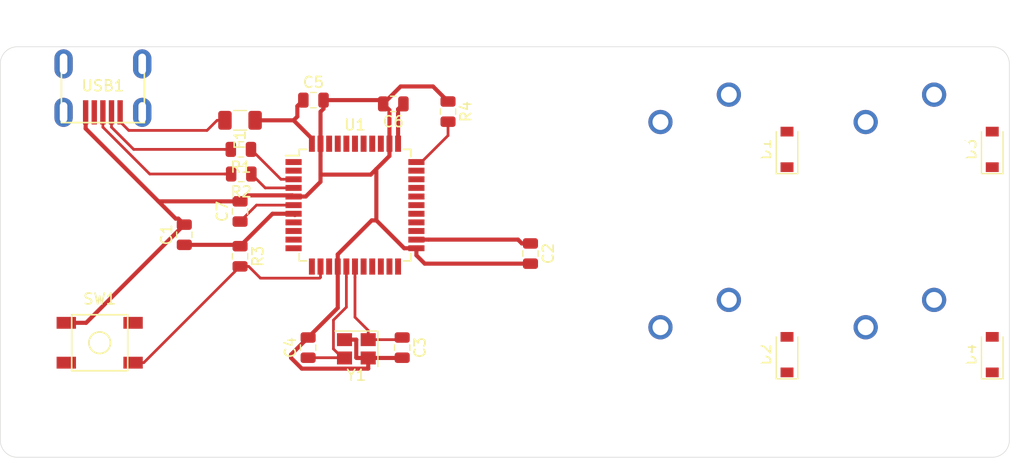
<source format=kicad_pcb>
(kicad_pcb (version 20171130) (host pcbnew "(5.1.4)-1")

  (general
    (thickness 1.6)
    (drawings 8)
    (tracks 120)
    (zones 0)
    (modules 24)
    (nets 49)
  )

  (page A4)
  (layers
    (0 F.Cu signal)
    (31 B.Cu signal)
    (32 B.Adhes user)
    (33 F.Adhes user)
    (34 B.Paste user)
    (35 F.Paste user)
    (36 B.SilkS user)
    (37 F.SilkS user)
    (38 B.Mask user)
    (39 F.Mask user)
    (40 Dwgs.User user)
    (41 Cmts.User user)
    (42 Eco1.User user)
    (43 Eco2.User user)
    (44 Edge.Cuts user)
    (45 Margin user)
    (46 B.CrtYd user)
    (47 F.CrtYd user)
    (48 B.Fab user)
    (49 F.Fab user)
  )

  (setup
    (last_trace_width 0.254)
    (trace_clearance 0.2)
    (zone_clearance 0.508)
    (zone_45_only no)
    (trace_min 0.2)
    (via_size 0.8)
    (via_drill 0.4)
    (via_min_size 0.4)
    (via_min_drill 0.3)
    (uvia_size 0.3)
    (uvia_drill 0.1)
    (uvias_allowed no)
    (uvia_min_size 0.2)
    (uvia_min_drill 0.1)
    (edge_width 0.05)
    (segment_width 0.2)
    (pcb_text_width 0.3)
    (pcb_text_size 1.5 1.5)
    (mod_edge_width 0.12)
    (mod_text_size 1 1)
    (mod_text_width 0.15)
    (pad_size 1.524 1.524)
    (pad_drill 0.762)
    (pad_to_mask_clearance 0.051)
    (solder_mask_min_width 0.25)
    (aux_axis_origin 0 0)
    (visible_elements FFFFFF7F)
    (pcbplotparams
      (layerselection 0x010fc_ffffffff)
      (usegerberextensions false)
      (usegerberattributes false)
      (usegerberadvancedattributes false)
      (creategerberjobfile false)
      (excludeedgelayer true)
      (linewidth 0.100000)
      (plotframeref false)
      (viasonmask false)
      (mode 1)
      (useauxorigin false)
      (hpglpennumber 1)
      (hpglpenspeed 20)
      (hpglpendiameter 15.000000)
      (psnegative false)
      (psa4output false)
      (plotreference true)
      (plotvalue true)
      (plotinvisibletext false)
      (padsonsilk false)
      (subtractmaskfromsilk false)
      (outputformat 1)
      (mirror false)
      (drillshape 1)
      (scaleselection 1)
      (outputdirectory ""))
  )

  (net 0 "")
  (net 1 GND)
  (net 2 +5V)
  (net 3 "Net-(C3-Pad1)")
  (net 4 "Net-(C4-Pad1)")
  (net 5 "Net-(C7-Pad1)")
  (net 6 "Net-(D1-Pad2)")
  (net 7 ROW0)
  (net 8 "Net-(D2-Pad2)")
  (net 9 ROW1)
  (net 10 "Net-(D3-Pad2)")
  (net 11 "Net-(D4-Pad2)")
  (net 12 VCC)
  (net 13 "Net-(MX1-Pad1)")
  (net 14 COL1)
  (net 15 D-)
  (net 16 "Net-(R1-Pad1)")
  (net 17 D+)
  (net 18 "Net-(R2-Pad1)")
  (net 19 "Net-(R3-Pad2)")
  (net 20 "Net-(R4-Pad2)")
  (net 21 "Net-(U1-Pad42)")
  (net 22 "Net-(U1-Pad41)")
  (net 23 "Net-(U1-Pad40)")
  (net 24 "Net-(U1-Pad39)")
  (net 25 "Net-(U1-Pad38)")
  (net 26 "Net-(U1-Pad37)")
  (net 27 "Net-(U1-Pad36)")
  (net 28 "Net-(U1-Pad32)")
  (net 29 "Net-(U1-Pad31)")
  (net 30 "Net-(U1-Pad30)")
  (net 31 "Net-(U1-Pad29)")
  (net 32 "Net-(U1-Pad28)")
  (net 33 "Net-(U1-Pad27)")
  (net 34 "Net-(U1-Pad26)")
  (net 35 "Net-(U1-Pad25)")
  (net 36 "Net-(U1-Pad22)")
  (net 37 "Net-(U1-Pad21)")
  (net 38 "Net-(U1-Pad20)")
  (net 39 "Net-(U1-Pad19)")
  (net 40 "Net-(U1-Pad18)")
  (net 41 "Net-(U1-Pad12)")
  (net 42 "Net-(U1-Pad11)")
  (net 43 "Net-(U1-Pad10)")
  (net 44 "Net-(U1-Pad9)")
  (net 45 "Net-(U1-Pad8)")
  (net 46 "Net-(U1-Pad1)")
  (net 47 "Net-(USB1-Pad6)")
  (net 48 "Net-(USB1-Pad2)")

  (net_class Default "This is the default net class."
    (clearance 0.2)
    (trace_width 0.254)
    (via_dia 0.8)
    (via_drill 0.4)
    (uvia_dia 0.3)
    (uvia_drill 0.1)
    (add_net COL1)
    (add_net D+)
    (add_net D-)
    (add_net "Net-(C3-Pad1)")
    (add_net "Net-(C4-Pad1)")
    (add_net "Net-(C7-Pad1)")
    (add_net "Net-(D1-Pad2)")
    (add_net "Net-(D2-Pad2)")
    (add_net "Net-(D3-Pad2)")
    (add_net "Net-(D4-Pad2)")
    (add_net "Net-(MX1-Pad1)")
    (add_net "Net-(R1-Pad1)")
    (add_net "Net-(R2-Pad1)")
    (add_net "Net-(R3-Pad2)")
    (add_net "Net-(R4-Pad2)")
    (add_net "Net-(U1-Pad1)")
    (add_net "Net-(U1-Pad10)")
    (add_net "Net-(U1-Pad11)")
    (add_net "Net-(U1-Pad12)")
    (add_net "Net-(U1-Pad18)")
    (add_net "Net-(U1-Pad19)")
    (add_net "Net-(U1-Pad20)")
    (add_net "Net-(U1-Pad21)")
    (add_net "Net-(U1-Pad22)")
    (add_net "Net-(U1-Pad25)")
    (add_net "Net-(U1-Pad26)")
    (add_net "Net-(U1-Pad27)")
    (add_net "Net-(U1-Pad28)")
    (add_net "Net-(U1-Pad29)")
    (add_net "Net-(U1-Pad30)")
    (add_net "Net-(U1-Pad31)")
    (add_net "Net-(U1-Pad32)")
    (add_net "Net-(U1-Pad36)")
    (add_net "Net-(U1-Pad37)")
    (add_net "Net-(U1-Pad38)")
    (add_net "Net-(U1-Pad39)")
    (add_net "Net-(U1-Pad40)")
    (add_net "Net-(U1-Pad41)")
    (add_net "Net-(U1-Pad42)")
    (add_net "Net-(U1-Pad8)")
    (add_net "Net-(U1-Pad9)")
    (add_net "Net-(USB1-Pad2)")
    (add_net "Net-(USB1-Pad6)")
    (add_net ROW0)
    (add_net ROW1)
    (add_net VCC)
  )

  (net_class Power ""
    (clearance 0.2)
    (trace_width 0.381)
    (via_dia 0.8)
    (via_drill 0.4)
    (uvia_dia 0.3)
    (uvia_drill 0.1)
    (add_net +5V)
    (add_net GND)
  )

  (module Crystal:Crystal_SMD_3225-4Pin_3.2x2.5mm (layer F.Cu) (tedit 5A0FD1B2) (tstamp 607264C0)
    (at 136.23925 107.41025 180)
    (descr "SMD Crystal SERIES SMD3225/4 http://www.txccrystal.com/images/pdf/7m-accuracy.pdf, 3.2x2.5mm^2 package")
    (tags "SMD SMT crystal")
    (path /60740E53)
    (attr smd)
    (fp_text reference Y1 (at 0 -2.45) (layer F.SilkS)
      (effects (font (size 1 1) (thickness 0.15)))
    )
    (fp_text value 16MHz (at 0 2.45) (layer F.Fab)
      (effects (font (size 1 1) (thickness 0.15)))
    )
    (fp_line (start 2.1 -1.7) (end -2.1 -1.7) (layer F.CrtYd) (width 0.05))
    (fp_line (start 2.1 1.7) (end 2.1 -1.7) (layer F.CrtYd) (width 0.05))
    (fp_line (start -2.1 1.7) (end 2.1 1.7) (layer F.CrtYd) (width 0.05))
    (fp_line (start -2.1 -1.7) (end -2.1 1.7) (layer F.CrtYd) (width 0.05))
    (fp_line (start -2 1.65) (end 2 1.65) (layer F.SilkS) (width 0.12))
    (fp_line (start -2 -1.65) (end -2 1.65) (layer F.SilkS) (width 0.12))
    (fp_line (start -1.6 0.25) (end -0.6 1.25) (layer F.Fab) (width 0.1))
    (fp_line (start 1.6 -1.25) (end -1.6 -1.25) (layer F.Fab) (width 0.1))
    (fp_line (start 1.6 1.25) (end 1.6 -1.25) (layer F.Fab) (width 0.1))
    (fp_line (start -1.6 1.25) (end 1.6 1.25) (layer F.Fab) (width 0.1))
    (fp_line (start -1.6 -1.25) (end -1.6 1.25) (layer F.Fab) (width 0.1))
    (fp_text user %R (at 0 0) (layer F.Fab)
      (effects (font (size 0.7 0.7) (thickness 0.105)))
    )
    (pad 4 smd rect (at -1.1 -0.85 180) (size 1.4 1.2) (layers F.Cu F.Paste F.Mask)
      (net 1 GND))
    (pad 3 smd rect (at 1.1 -0.85 180) (size 1.4 1.2) (layers F.Cu F.Paste F.Mask)
      (net 4 "Net-(C4-Pad1)"))
    (pad 2 smd rect (at 1.1 0.85 180) (size 1.4 1.2) (layers F.Cu F.Paste F.Mask)
      (net 1 GND))
    (pad 1 smd rect (at -1.1 0.85 180) (size 1.4 1.2) (layers F.Cu F.Paste F.Mask)
      (net 3 "Net-(C3-Pad1)"))
    (model ${KISYS3DMOD}/Crystal.3dshapes/Crystal_SMD_3225-4Pin_3.2x2.5mm.wrl
      (at (xyz 0 0 0))
      (scale (xyz 1 1 1))
      (rotate (xyz 0 0 0))
    )
  )

  (module random-keyboard-parts:Molex-0548190589 (layer F.Cu) (tedit 5C494815) (tstamp 607264AC)
    (at 112.7125 80.9625 270)
    (path /60752A34)
    (attr smd)
    (fp_text reference USB1 (at 2.032 0) (layer F.SilkS)
      (effects (font (size 1 1) (thickness 0.15)))
    )
    (fp_text value Molex-0548190589 (at -5.08 0) (layer Dwgs.User)
      (effects (font (size 1 1) (thickness 0.15)))
    )
    (fp_text user %R (at 2 0) (layer F.CrtYd)
      (effects (font (size 1 1) (thickness 0.15)))
    )
    (fp_line (start 3.25 -1.25) (end 5.5 -1.25) (layer F.CrtYd) (width 0.15))
    (fp_line (start 5.5 -0.5) (end 3.25 -0.5) (layer F.CrtYd) (width 0.15))
    (fp_line (start 3.25 0.5) (end 5.5 0.5) (layer F.CrtYd) (width 0.15))
    (fp_line (start 5.5 1.25) (end 3.25 1.25) (layer F.CrtYd) (width 0.15))
    (fp_line (start 3.25 2) (end 5.5 2) (layer F.CrtYd) (width 0.15))
    (fp_line (start 3.25 -2) (end 3.25 2) (layer F.CrtYd) (width 0.15))
    (fp_line (start 5.5 -2) (end 3.25 -2) (layer F.CrtYd) (width 0.15))
    (fp_line (start -3.75 3.75) (end -3.75 -3.75) (layer F.CrtYd) (width 0.15))
    (fp_line (start 5.5 3.75) (end -3.75 3.75) (layer F.CrtYd) (width 0.15))
    (fp_line (start 5.5 -3.75) (end 5.5 3.75) (layer F.CrtYd) (width 0.15))
    (fp_line (start -3.75 -3.75) (end 5.5 -3.75) (layer F.CrtYd) (width 0.15))
    (fp_line (start 0 -3.85) (end 5.45 -3.85) (layer F.SilkS) (width 0.15))
    (fp_line (start 0 3.85) (end 5.45 3.85) (layer F.SilkS) (width 0.15))
    (fp_line (start 5.45 -3.85) (end 5.45 3.85) (layer F.SilkS) (width 0.15))
    (fp_line (start -3.75 -3.85) (end 0 -3.85) (layer Dwgs.User) (width 0.15))
    (fp_line (start -3.75 3.85) (end 0 3.85) (layer Dwgs.User) (width 0.15))
    (fp_line (start -1.75 -4.572) (end -1.75 4.572) (layer Dwgs.User) (width 0.15))
    (fp_line (start -3.75 -3.85) (end -3.75 3.85) (layer Dwgs.User) (width 0.15))
    (pad 6 thru_hole oval (at 0 -3.65 270) (size 2.7 1.7) (drill oval 1.9 0.7) (layers *.Cu *.Mask)
      (net 47 "Net-(USB1-Pad6)"))
    (pad 6 thru_hole oval (at 0 3.65 270) (size 2.7 1.7) (drill oval 1.9 0.7) (layers *.Cu *.Mask)
      (net 47 "Net-(USB1-Pad6)"))
    (pad 6 thru_hole oval (at 4.5 3.65 270) (size 2.7 1.7) (drill oval 1.9 0.7) (layers *.Cu *.Mask)
      (net 47 "Net-(USB1-Pad6)"))
    (pad 6 thru_hole oval (at 4.5 -3.65 270) (size 2.7 1.7) (drill oval 1.9 0.7) (layers *.Cu *.Mask)
      (net 47 "Net-(USB1-Pad6)"))
    (pad 5 smd rect (at 4.5 -1.6 270) (size 2.25 0.5) (layers F.Cu F.Paste F.Mask)
      (net 12 VCC))
    (pad 4 smd rect (at 4.5 -0.8 270) (size 2.25 0.5) (layers F.Cu F.Paste F.Mask)
      (net 15 D-))
    (pad 3 smd rect (at 4.5 0 270) (size 2.25 0.5) (layers F.Cu F.Paste F.Mask)
      (net 17 D+))
    (pad 2 smd rect (at 4.5 0.8 270) (size 2.25 0.5) (layers F.Cu F.Paste F.Mask)
      (net 48 "Net-(USB1-Pad2)"))
    (pad 1 smd rect (at 4.5 1.6 270) (size 2.25 0.5) (layers F.Cu F.Paste F.Mask)
      (net 1 GND))
  )

  (module Package_QFP:TQFP-44_10x10mm_P0.8mm (layer F.Cu) (tedit 5A02F146) (tstamp 6072648C)
    (at 136.11225 94.07525)
    (descr "44-Lead Plastic Thin Quad Flatpack (PT) - 10x10x1.0 mm Body [TQFP] (see Microchip Packaging Specification 00000049BS.pdf)")
    (tags "QFP 0.8")
    (path /607208D9)
    (attr smd)
    (fp_text reference U1 (at 0 -7.45) (layer F.SilkS)
      (effects (font (size 1 1) (thickness 0.15)))
    )
    (fp_text value ATmega32U4-AU (at 0 7.45) (layer F.Fab)
      (effects (font (size 1 1) (thickness 0.15)))
    )
    (fp_line (start -5.175 -4.6) (end -6.45 -4.6) (layer F.SilkS) (width 0.15))
    (fp_line (start 5.175 -5.175) (end 4.5 -5.175) (layer F.SilkS) (width 0.15))
    (fp_line (start 5.175 5.175) (end 4.5 5.175) (layer F.SilkS) (width 0.15))
    (fp_line (start -5.175 5.175) (end -4.5 5.175) (layer F.SilkS) (width 0.15))
    (fp_line (start -5.175 -5.175) (end -4.5 -5.175) (layer F.SilkS) (width 0.15))
    (fp_line (start -5.175 5.175) (end -5.175 4.5) (layer F.SilkS) (width 0.15))
    (fp_line (start 5.175 5.175) (end 5.175 4.5) (layer F.SilkS) (width 0.15))
    (fp_line (start 5.175 -5.175) (end 5.175 -4.5) (layer F.SilkS) (width 0.15))
    (fp_line (start -5.175 -5.175) (end -5.175 -4.6) (layer F.SilkS) (width 0.15))
    (fp_line (start -6.7 6.7) (end 6.7 6.7) (layer F.CrtYd) (width 0.05))
    (fp_line (start -6.7 -6.7) (end 6.7 -6.7) (layer F.CrtYd) (width 0.05))
    (fp_line (start 6.7 -6.7) (end 6.7 6.7) (layer F.CrtYd) (width 0.05))
    (fp_line (start -6.7 -6.7) (end -6.7 6.7) (layer F.CrtYd) (width 0.05))
    (fp_line (start -5 -4) (end -4 -5) (layer F.Fab) (width 0.15))
    (fp_line (start -5 5) (end -5 -4) (layer F.Fab) (width 0.15))
    (fp_line (start 5 5) (end -5 5) (layer F.Fab) (width 0.15))
    (fp_line (start 5 -5) (end 5 5) (layer F.Fab) (width 0.15))
    (fp_line (start -4 -5) (end 5 -5) (layer F.Fab) (width 0.15))
    (fp_text user %R (at 0 0) (layer F.Fab)
      (effects (font (size 1 1) (thickness 0.15)))
    )
    (pad 44 smd rect (at -4 -5.7 90) (size 1.5 0.55) (layers F.Cu F.Paste F.Mask)
      (net 2 +5V))
    (pad 43 smd rect (at -3.2 -5.7 90) (size 1.5 0.55) (layers F.Cu F.Paste F.Mask)
      (net 1 GND))
    (pad 42 smd rect (at -2.4 -5.7 90) (size 1.5 0.55) (layers F.Cu F.Paste F.Mask)
      (net 21 "Net-(U1-Pad42)"))
    (pad 41 smd rect (at -1.6 -5.7 90) (size 1.5 0.55) (layers F.Cu F.Paste F.Mask)
      (net 22 "Net-(U1-Pad41)"))
    (pad 40 smd rect (at -0.8 -5.7 90) (size 1.5 0.55) (layers F.Cu F.Paste F.Mask)
      (net 23 "Net-(U1-Pad40)"))
    (pad 39 smd rect (at 0 -5.7 90) (size 1.5 0.55) (layers F.Cu F.Paste F.Mask)
      (net 24 "Net-(U1-Pad39)"))
    (pad 38 smd rect (at 0.8 -5.7 90) (size 1.5 0.55) (layers F.Cu F.Paste F.Mask)
      (net 25 "Net-(U1-Pad38)"))
    (pad 37 smd rect (at 1.6 -5.7 90) (size 1.5 0.55) (layers F.Cu F.Paste F.Mask)
      (net 26 "Net-(U1-Pad37)"))
    (pad 36 smd rect (at 2.4 -5.7 90) (size 1.5 0.55) (layers F.Cu F.Paste F.Mask)
      (net 27 "Net-(U1-Pad36)"))
    (pad 35 smd rect (at 3.2 -5.7 90) (size 1.5 0.55) (layers F.Cu F.Paste F.Mask)
      (net 1 GND))
    (pad 34 smd rect (at 4 -5.7 90) (size 1.5 0.55) (layers F.Cu F.Paste F.Mask)
      (net 2 +5V))
    (pad 33 smd rect (at 5.7 -4) (size 1.5 0.55) (layers F.Cu F.Paste F.Mask)
      (net 20 "Net-(R4-Pad2)"))
    (pad 32 smd rect (at 5.7 -3.2) (size 1.5 0.55) (layers F.Cu F.Paste F.Mask)
      (net 28 "Net-(U1-Pad32)"))
    (pad 31 smd rect (at 5.7 -2.4) (size 1.5 0.55) (layers F.Cu F.Paste F.Mask)
      (net 29 "Net-(U1-Pad31)"))
    (pad 30 smd rect (at 5.7 -1.6) (size 1.5 0.55) (layers F.Cu F.Paste F.Mask)
      (net 30 "Net-(U1-Pad30)"))
    (pad 29 smd rect (at 5.7 -0.8) (size 1.5 0.55) (layers F.Cu F.Paste F.Mask)
      (net 31 "Net-(U1-Pad29)"))
    (pad 28 smd rect (at 5.7 0) (size 1.5 0.55) (layers F.Cu F.Paste F.Mask)
      (net 32 "Net-(U1-Pad28)"))
    (pad 27 smd rect (at 5.7 0.8) (size 1.5 0.55) (layers F.Cu F.Paste F.Mask)
      (net 33 "Net-(U1-Pad27)"))
    (pad 26 smd rect (at 5.7 1.6) (size 1.5 0.55) (layers F.Cu F.Paste F.Mask)
      (net 34 "Net-(U1-Pad26)"))
    (pad 25 smd rect (at 5.7 2.4) (size 1.5 0.55) (layers F.Cu F.Paste F.Mask)
      (net 35 "Net-(U1-Pad25)"))
    (pad 24 smd rect (at 5.7 3.2) (size 1.5 0.55) (layers F.Cu F.Paste F.Mask)
      (net 2 +5V))
    (pad 23 smd rect (at 5.7 4) (size 1.5 0.55) (layers F.Cu F.Paste F.Mask)
      (net 1 GND))
    (pad 22 smd rect (at 4 5.7 90) (size 1.5 0.55) (layers F.Cu F.Paste F.Mask)
      (net 36 "Net-(U1-Pad22)"))
    (pad 21 smd rect (at 3.2 5.7 90) (size 1.5 0.55) (layers F.Cu F.Paste F.Mask)
      (net 37 "Net-(U1-Pad21)"))
    (pad 20 smd rect (at 2.4 5.7 90) (size 1.5 0.55) (layers F.Cu F.Paste F.Mask)
      (net 38 "Net-(U1-Pad20)"))
    (pad 19 smd rect (at 1.6 5.7 90) (size 1.5 0.55) (layers F.Cu F.Paste F.Mask)
      (net 39 "Net-(U1-Pad19)"))
    (pad 18 smd rect (at 0.8 5.7 90) (size 1.5 0.55) (layers F.Cu F.Paste F.Mask)
      (net 40 "Net-(U1-Pad18)"))
    (pad 17 smd rect (at 0 5.7 90) (size 1.5 0.55) (layers F.Cu F.Paste F.Mask)
      (net 3 "Net-(C3-Pad1)"))
    (pad 16 smd rect (at -0.8 5.7 90) (size 1.5 0.55) (layers F.Cu F.Paste F.Mask)
      (net 4 "Net-(C4-Pad1)"))
    (pad 15 smd rect (at -1.6 5.7 90) (size 1.5 0.55) (layers F.Cu F.Paste F.Mask)
      (net 1 GND))
    (pad 14 smd rect (at -2.4 5.7 90) (size 1.5 0.55) (layers F.Cu F.Paste F.Mask)
      (net 2 +5V))
    (pad 13 smd rect (at -3.2 5.7 90) (size 1.5 0.55) (layers F.Cu F.Paste F.Mask)
      (net 19 "Net-(R3-Pad2)"))
    (pad 12 smd rect (at -4 5.7 90) (size 1.5 0.55) (layers F.Cu F.Paste F.Mask)
      (net 41 "Net-(U1-Pad12)"))
    (pad 11 smd rect (at -5.7 4) (size 1.5 0.55) (layers F.Cu F.Paste F.Mask)
      (net 42 "Net-(U1-Pad11)"))
    (pad 10 smd rect (at -5.7 3.2) (size 1.5 0.55) (layers F.Cu F.Paste F.Mask)
      (net 43 "Net-(U1-Pad10)"))
    (pad 9 smd rect (at -5.7 2.4) (size 1.5 0.55) (layers F.Cu F.Paste F.Mask)
      (net 44 "Net-(U1-Pad9)"))
    (pad 8 smd rect (at -5.7 1.6) (size 1.5 0.55) (layers F.Cu F.Paste F.Mask)
      (net 45 "Net-(U1-Pad8)"))
    (pad 7 smd rect (at -5.7 0.8) (size 1.5 0.55) (layers F.Cu F.Paste F.Mask)
      (net 2 +5V))
    (pad 6 smd rect (at -5.7 0) (size 1.5 0.55) (layers F.Cu F.Paste F.Mask)
      (net 5 "Net-(C7-Pad1)"))
    (pad 5 smd rect (at -5.7 -0.8) (size 1.5 0.55) (layers F.Cu F.Paste F.Mask)
      (net 1 GND))
    (pad 4 smd rect (at -5.7 -1.6) (size 1.5 0.55) (layers F.Cu F.Paste F.Mask)
      (net 18 "Net-(R2-Pad1)"))
    (pad 3 smd rect (at -5.7 -2.4) (size 1.5 0.55) (layers F.Cu F.Paste F.Mask)
      (net 16 "Net-(R1-Pad1)"))
    (pad 2 smd rect (at -5.7 -3.2) (size 1.5 0.55) (layers F.Cu F.Paste F.Mask)
      (net 2 +5V))
    (pad 1 smd rect (at -5.7 -4) (size 1.5 0.55) (layers F.Cu F.Paste F.Mask)
      (net 46 "Net-(U1-Pad1)"))
    (model ${KISYS3DMOD}/Package_QFP.3dshapes/TQFP-44_10x10mm_P0.8mm.wrl
      (at (xyz 0 0 0))
      (scale (xyz 1 1 1))
      (rotate (xyz 0 0 0))
    )
  )

  (module random-keyboard-parts:SKQG-1155865 (layer F.Cu) (tedit 5E62B398) (tstamp 60726449)
    (at 112.41525 106.84725 180)
    (path /6074B079)
    (attr smd)
    (fp_text reference SW1 (at 0 4.064) (layer F.SilkS)
      (effects (font (size 1 1) (thickness 0.15)))
    )
    (fp_text value SW_Push (at 0 -4.064) (layer F.Fab)
      (effects (font (size 1 1) (thickness 0.15)))
    )
    (fp_line (start -2.6 -2.6) (end 2.6 -2.6) (layer F.SilkS) (width 0.15))
    (fp_line (start 2.6 -2.6) (end 2.6 2.6) (layer F.SilkS) (width 0.15))
    (fp_line (start 2.6 2.6) (end -2.6 2.6) (layer F.SilkS) (width 0.15))
    (fp_line (start -2.6 2.6) (end -2.6 -2.6) (layer F.SilkS) (width 0.15))
    (fp_circle (center 0 0) (end 1 0) (layer F.SilkS) (width 0.15))
    (fp_line (start -4.2 -2.6) (end 4.2 -2.6) (layer F.Fab) (width 0.15))
    (fp_line (start 4.2 -2.6) (end 4.2 -1.2) (layer F.Fab) (width 0.15))
    (fp_line (start 4.2 -1.1) (end 2.6 -1.1) (layer F.Fab) (width 0.15))
    (fp_line (start 2.6 -1.1) (end 2.6 1.1) (layer F.Fab) (width 0.15))
    (fp_line (start 2.6 1.1) (end 4.2 1.1) (layer F.Fab) (width 0.15))
    (fp_line (start 4.2 1.1) (end 4.2 2.6) (layer F.Fab) (width 0.15))
    (fp_line (start 4.2 2.6) (end -4.2 2.6) (layer F.Fab) (width 0.15))
    (fp_line (start -4.2 2.6) (end -4.2 1.1) (layer F.Fab) (width 0.15))
    (fp_line (start -4.2 1.1) (end -2.6 1.1) (layer F.Fab) (width 0.15))
    (fp_line (start -2.6 1.1) (end -2.6 -1.1) (layer F.Fab) (width 0.15))
    (fp_line (start -2.6 -1.1) (end -4.2 -1.1) (layer F.Fab) (width 0.15))
    (fp_line (start -4.2 -1.1) (end -4.2 -2.6) (layer F.Fab) (width 0.15))
    (fp_circle (center 0 0) (end 1 0) (layer F.Fab) (width 0.15))
    (fp_line (start -2.6 -1.1) (end -1.1 -2.6) (layer F.Fab) (width 0.15))
    (fp_line (start 2.6 -1.1) (end 1.1 -2.6) (layer F.Fab) (width 0.15))
    (fp_line (start 2.6 1.1) (end 1.1 2.6) (layer F.Fab) (width 0.15))
    (fp_line (start -2.6 1.1) (end -1.1 2.6) (layer F.Fab) (width 0.15))
    (pad 4 smd rect (at -3.1 1.85 180) (size 1.8 1.1) (layers F.Cu F.Paste F.Mask))
    (pad 3 smd rect (at 3.1 -1.85 180) (size 1.8 1.1) (layers F.Cu F.Paste F.Mask))
    (pad 2 smd rect (at -3.1 -1.85 180) (size 1.8 1.1) (layers F.Cu F.Paste F.Mask)
      (net 19 "Net-(R3-Pad2)"))
    (pad 1 smd rect (at 3.1 1.85 180) (size 1.8 1.1) (layers F.Cu F.Paste F.Mask)
      (net 1 GND))
    (model ${KISYS3DMOD}/Button_Switch_SMD.3dshapes/SW_SPST_TL3342.step
      (at (xyz 0 0 0))
      (scale (xyz 1 1 1))
      (rotate (xyz 0 0 0))
    )
  )

  (module Resistor_SMD:R_0805_2012Metric (layer F.Cu) (tedit 5B36C52B) (tstamp 6072642B)
    (at 144.74825 85.39075 270)
    (descr "Resistor SMD 0805 (2012 Metric), square (rectangular) end terminal, IPC_7351 nominal, (Body size source: https://docs.google.com/spreadsheets/d/1BsfQQcO9C6DZCsRaXUlFlo91Tg2WpOkGARC1WS5S8t0/edit?usp=sharing), generated with kicad-footprint-generator")
    (tags resistor)
    (path /6072C730)
    (attr smd)
    (fp_text reference R4 (at 0 -1.65 90) (layer F.SilkS)
      (effects (font (size 1 1) (thickness 0.15)))
    )
    (fp_text value 10k (at 0 1.65 90) (layer F.Fab)
      (effects (font (size 1 1) (thickness 0.15)))
    )
    (fp_text user %R (at 0 0 90) (layer F.Fab)
      (effects (font (size 0.5 0.5) (thickness 0.08)))
    )
    (fp_line (start 1.68 0.95) (end -1.68 0.95) (layer F.CrtYd) (width 0.05))
    (fp_line (start 1.68 -0.95) (end 1.68 0.95) (layer F.CrtYd) (width 0.05))
    (fp_line (start -1.68 -0.95) (end 1.68 -0.95) (layer F.CrtYd) (width 0.05))
    (fp_line (start -1.68 0.95) (end -1.68 -0.95) (layer F.CrtYd) (width 0.05))
    (fp_line (start -0.258578 0.71) (end 0.258578 0.71) (layer F.SilkS) (width 0.12))
    (fp_line (start -0.258578 -0.71) (end 0.258578 -0.71) (layer F.SilkS) (width 0.12))
    (fp_line (start 1 0.6) (end -1 0.6) (layer F.Fab) (width 0.1))
    (fp_line (start 1 -0.6) (end 1 0.6) (layer F.Fab) (width 0.1))
    (fp_line (start -1 -0.6) (end 1 -0.6) (layer F.Fab) (width 0.1))
    (fp_line (start -1 0.6) (end -1 -0.6) (layer F.Fab) (width 0.1))
    (pad 2 smd roundrect (at 0.9375 0 270) (size 0.975 1.4) (layers F.Cu F.Paste F.Mask) (roundrect_rratio 0.25)
      (net 20 "Net-(R4-Pad2)"))
    (pad 1 smd roundrect (at -0.9375 0 270) (size 0.975 1.4) (layers F.Cu F.Paste F.Mask) (roundrect_rratio 0.25)
      (net 1 GND))
    (model ${KISYS3DMOD}/Resistor_SMD.3dshapes/R_0805_2012Metric.wrl
      (at (xyz 0 0 0))
      (scale (xyz 1 1 1))
      (rotate (xyz 0 0 0))
    )
  )

  (module Resistor_SMD:R_0805_2012Metric (layer F.Cu) (tedit 5B36C52B) (tstamp 6072641A)
    (at 125.44425 98.82275 270)
    (descr "Resistor SMD 0805 (2012 Metric), square (rectangular) end terminal, IPC_7351 nominal, (Body size source: https://docs.google.com/spreadsheets/d/1BsfQQcO9C6DZCsRaXUlFlo91Tg2WpOkGARC1WS5S8t0/edit?usp=sharing), generated with kicad-footprint-generator")
    (tags resistor)
    (path /6074F62F)
    (attr smd)
    (fp_text reference R3 (at 0 -1.65 90) (layer F.SilkS)
      (effects (font (size 1 1) (thickness 0.15)))
    )
    (fp_text value 10k (at 0 1.65 90) (layer F.Fab)
      (effects (font (size 1 1) (thickness 0.15)))
    )
    (fp_text user %R (at 0 0 90) (layer F.Fab)
      (effects (font (size 0.5 0.5) (thickness 0.08)))
    )
    (fp_line (start 1.68 0.95) (end -1.68 0.95) (layer F.CrtYd) (width 0.05))
    (fp_line (start 1.68 -0.95) (end 1.68 0.95) (layer F.CrtYd) (width 0.05))
    (fp_line (start -1.68 -0.95) (end 1.68 -0.95) (layer F.CrtYd) (width 0.05))
    (fp_line (start -1.68 0.95) (end -1.68 -0.95) (layer F.CrtYd) (width 0.05))
    (fp_line (start -0.258578 0.71) (end 0.258578 0.71) (layer F.SilkS) (width 0.12))
    (fp_line (start -0.258578 -0.71) (end 0.258578 -0.71) (layer F.SilkS) (width 0.12))
    (fp_line (start 1 0.6) (end -1 0.6) (layer F.Fab) (width 0.1))
    (fp_line (start 1 -0.6) (end 1 0.6) (layer F.Fab) (width 0.1))
    (fp_line (start -1 -0.6) (end 1 -0.6) (layer F.Fab) (width 0.1))
    (fp_line (start -1 0.6) (end -1 -0.6) (layer F.Fab) (width 0.1))
    (pad 2 smd roundrect (at 0.9375 0 270) (size 0.975 1.4) (layers F.Cu F.Paste F.Mask) (roundrect_rratio 0.25)
      (net 19 "Net-(R3-Pad2)"))
    (pad 1 smd roundrect (at -0.9375 0 270) (size 0.975 1.4) (layers F.Cu F.Paste F.Mask) (roundrect_rratio 0.25)
      (net 2 +5V))
    (model ${KISYS3DMOD}/Resistor_SMD.3dshapes/R_0805_2012Metric.wrl
      (at (xyz 0 0 0))
      (scale (xyz 1 1 1))
      (rotate (xyz 0 0 0))
    )
  )

  (module Resistor_SMD:R_0805_2012Metric (layer F.Cu) (tedit 5B36C52B) (tstamp 60726409)
    (at 125.5545 91.186 180)
    (descr "Resistor SMD 0805 (2012 Metric), square (rectangular) end terminal, IPC_7351 nominal, (Body size source: https://docs.google.com/spreadsheets/d/1BsfQQcO9C6DZCsRaXUlFlo91Tg2WpOkGARC1WS5S8t0/edit?usp=sharing), generated with kicad-footprint-generator")
    (tags resistor)
    (path /607346BD)
    (attr smd)
    (fp_text reference R2 (at 0 -1.65) (layer F.SilkS)
      (effects (font (size 1 1) (thickness 0.15)))
    )
    (fp_text value 22 (at 0 1.65) (layer F.Fab)
      (effects (font (size 1 1) (thickness 0.15)))
    )
    (fp_text user %R (at 0 0) (layer F.Fab)
      (effects (font (size 0.5 0.5) (thickness 0.08)))
    )
    (fp_line (start 1.68 0.95) (end -1.68 0.95) (layer F.CrtYd) (width 0.05))
    (fp_line (start 1.68 -0.95) (end 1.68 0.95) (layer F.CrtYd) (width 0.05))
    (fp_line (start -1.68 -0.95) (end 1.68 -0.95) (layer F.CrtYd) (width 0.05))
    (fp_line (start -1.68 0.95) (end -1.68 -0.95) (layer F.CrtYd) (width 0.05))
    (fp_line (start -0.258578 0.71) (end 0.258578 0.71) (layer F.SilkS) (width 0.12))
    (fp_line (start -0.258578 -0.71) (end 0.258578 -0.71) (layer F.SilkS) (width 0.12))
    (fp_line (start 1 0.6) (end -1 0.6) (layer F.Fab) (width 0.1))
    (fp_line (start 1 -0.6) (end 1 0.6) (layer F.Fab) (width 0.1))
    (fp_line (start -1 -0.6) (end 1 -0.6) (layer F.Fab) (width 0.1))
    (fp_line (start -1 0.6) (end -1 -0.6) (layer F.Fab) (width 0.1))
    (pad 2 smd roundrect (at 0.9375 0 180) (size 0.975 1.4) (layers F.Cu F.Paste F.Mask) (roundrect_rratio 0.25)
      (net 17 D+))
    (pad 1 smd roundrect (at -0.9375 0 180) (size 0.975 1.4) (layers F.Cu F.Paste F.Mask) (roundrect_rratio 0.25)
      (net 18 "Net-(R2-Pad1)"))
    (model ${KISYS3DMOD}/Resistor_SMD.3dshapes/R_0805_2012Metric.wrl
      (at (xyz 0 0 0))
      (scale (xyz 1 1 1))
      (rotate (xyz 0 0 0))
    )
  )

  (module Resistor_SMD:R_0805_2012Metric (layer F.Cu) (tedit 5B36C52B) (tstamp 607263F8)
    (at 125.52275 88.9 180)
    (descr "Resistor SMD 0805 (2012 Metric), square (rectangular) end terminal, IPC_7351 nominal, (Body size source: https://docs.google.com/spreadsheets/d/1BsfQQcO9C6DZCsRaXUlFlo91Tg2WpOkGARC1WS5S8t0/edit?usp=sharing), generated with kicad-footprint-generator")
    (tags resistor)
    (path /60735426)
    (attr smd)
    (fp_text reference R1 (at 0 -1.65) (layer F.SilkS)
      (effects (font (size 1 1) (thickness 0.15)))
    )
    (fp_text value 22 (at 0 1.65) (layer F.Fab)
      (effects (font (size 1 1) (thickness 0.15)))
    )
    (fp_text user %R (at 0 0 90) (layer F.Fab)
      (effects (font (size 0.5 0.5) (thickness 0.08)))
    )
    (fp_line (start 1.68 0.95) (end -1.68 0.95) (layer F.CrtYd) (width 0.05))
    (fp_line (start 1.68 -0.95) (end 1.68 0.95) (layer F.CrtYd) (width 0.05))
    (fp_line (start -1.68 -0.95) (end 1.68 -0.95) (layer F.CrtYd) (width 0.05))
    (fp_line (start -1.68 0.95) (end -1.68 -0.95) (layer F.CrtYd) (width 0.05))
    (fp_line (start -0.258578 0.71) (end 0.258578 0.71) (layer F.SilkS) (width 0.12))
    (fp_line (start -0.258578 -0.71) (end 0.258578 -0.71) (layer F.SilkS) (width 0.12))
    (fp_line (start 1 0.6) (end -1 0.6) (layer F.Fab) (width 0.1))
    (fp_line (start 1 -0.6) (end 1 0.6) (layer F.Fab) (width 0.1))
    (fp_line (start -1 -0.6) (end 1 -0.6) (layer F.Fab) (width 0.1))
    (fp_line (start -1 0.6) (end -1 -0.6) (layer F.Fab) (width 0.1))
    (pad 2 smd roundrect (at 0.9375 0 180) (size 0.975 1.4) (layers F.Cu F.Paste F.Mask) (roundrect_rratio 0.25)
      (net 15 D-))
    (pad 1 smd roundrect (at -0.9375 0 180) (size 0.975 1.4) (layers F.Cu F.Paste F.Mask) (roundrect_rratio 0.25)
      (net 16 "Net-(R1-Pad1)"))
    (model ${KISYS3DMOD}/Resistor_SMD.3dshapes/R_0805_2012Metric.wrl
      (at (xyz 0 0 0))
      (scale (xyz 1 1 1))
      (rotate (xyz 0 0 0))
    )
  )

  (module MX_Only:MXOnly-1U-NoLED (layer F.Cu) (tedit 5BD3C6C7) (tstamp 607263E7)
    (at 187.325 107.95)
    (path /6077333E)
    (fp_text reference MX4 (at 0 3.175) (layer Dwgs.User)
      (effects (font (size 1 1) (thickness 0.15)))
    )
    (fp_text value MX-NoLED (at 0 -7.9375) (layer Dwgs.User)
      (effects (font (size 1 1) (thickness 0.15)))
    )
    (fp_line (start 5 -7) (end 7 -7) (layer Dwgs.User) (width 0.15))
    (fp_line (start 7 -7) (end 7 -5) (layer Dwgs.User) (width 0.15))
    (fp_line (start 5 7) (end 7 7) (layer Dwgs.User) (width 0.15))
    (fp_line (start 7 7) (end 7 5) (layer Dwgs.User) (width 0.15))
    (fp_line (start -7 5) (end -7 7) (layer Dwgs.User) (width 0.15))
    (fp_line (start -7 7) (end -5 7) (layer Dwgs.User) (width 0.15))
    (fp_line (start -5 -7) (end -7 -7) (layer Dwgs.User) (width 0.15))
    (fp_line (start -7 -7) (end -7 -5) (layer Dwgs.User) (width 0.15))
    (fp_line (start -9.525 -9.525) (end 9.525 -9.525) (layer Dwgs.User) (width 0.15))
    (fp_line (start 9.525 -9.525) (end 9.525 9.525) (layer Dwgs.User) (width 0.15))
    (fp_line (start 9.525 9.525) (end -9.525 9.525) (layer Dwgs.User) (width 0.15))
    (fp_line (start -9.525 9.525) (end -9.525 -9.525) (layer Dwgs.User) (width 0.15))
    (pad 2 thru_hole circle (at 2.54 -5.08) (size 2.25 2.25) (drill 1.47) (layers *.Cu B.Mask)
      (net 11 "Net-(D4-Pad2)"))
    (pad "" np_thru_hole circle (at 0 0) (size 3.9878 3.9878) (drill 3.9878) (layers *.Cu *.Mask))
    (pad 1 thru_hole circle (at -3.81 -2.54) (size 2.25 2.25) (drill 1.47) (layers *.Cu B.Mask)
      (net 14 COL1))
    (pad "" np_thru_hole circle (at -5.08 0 48.0996) (size 1.75 1.75) (drill 1.75) (layers *.Cu *.Mask))
    (pad "" np_thru_hole circle (at 5.08 0 48.0996) (size 1.75 1.75) (drill 1.75) (layers *.Cu *.Mask))
  )

  (module MX_Only:MXOnly-1U-NoLED (layer F.Cu) (tedit 5BD3C6C7) (tstamp 607263D2)
    (at 187.325 88.9)
    (path /6076DA31)
    (fp_text reference MX3 (at 0 3.175) (layer Dwgs.User)
      (effects (font (size 1 1) (thickness 0.15)))
    )
    (fp_text value MX-NoLED (at 0 -7.9375) (layer Dwgs.User)
      (effects (font (size 1 1) (thickness 0.15)))
    )
    (fp_line (start 5 -7) (end 7 -7) (layer Dwgs.User) (width 0.15))
    (fp_line (start 7 -7) (end 7 -5) (layer Dwgs.User) (width 0.15))
    (fp_line (start 5 7) (end 7 7) (layer Dwgs.User) (width 0.15))
    (fp_line (start 7 7) (end 7 5) (layer Dwgs.User) (width 0.15))
    (fp_line (start -7 5) (end -7 7) (layer Dwgs.User) (width 0.15))
    (fp_line (start -7 7) (end -5 7) (layer Dwgs.User) (width 0.15))
    (fp_line (start -5 -7) (end -7 -7) (layer Dwgs.User) (width 0.15))
    (fp_line (start -7 -7) (end -7 -5) (layer Dwgs.User) (width 0.15))
    (fp_line (start -9.525 -9.525) (end 9.525 -9.525) (layer Dwgs.User) (width 0.15))
    (fp_line (start 9.525 -9.525) (end 9.525 9.525) (layer Dwgs.User) (width 0.15))
    (fp_line (start 9.525 9.525) (end -9.525 9.525) (layer Dwgs.User) (width 0.15))
    (fp_line (start -9.525 9.525) (end -9.525 -9.525) (layer Dwgs.User) (width 0.15))
    (pad 2 thru_hole circle (at 2.54 -5.08) (size 2.25 2.25) (drill 1.47) (layers *.Cu B.Mask)
      (net 10 "Net-(D3-Pad2)"))
    (pad "" np_thru_hole circle (at 0 0) (size 3.9878 3.9878) (drill 3.9878) (layers *.Cu *.Mask))
    (pad 1 thru_hole circle (at -3.81 -2.54) (size 2.25 2.25) (drill 1.47) (layers *.Cu B.Mask)
      (net 14 COL1))
    (pad "" np_thru_hole circle (at -5.08 0 48.0996) (size 1.75 1.75) (drill 1.75) (layers *.Cu *.Mask))
    (pad "" np_thru_hole circle (at 5.08 0 48.0996) (size 1.75 1.75) (drill 1.75) (layers *.Cu *.Mask))
  )

  (module MX_Only:MXOnly-1U-NoLED (layer F.Cu) (tedit 5BD3C6C7) (tstamp 607263BD)
    (at 168.275 107.95)
    (path /6077096F)
    (fp_text reference MX2 (at 0 3.175) (layer Dwgs.User)
      (effects (font (size 1 1) (thickness 0.15)))
    )
    (fp_text value MX-NoLED (at 0 -7.9375) (layer Dwgs.User)
      (effects (font (size 1 1) (thickness 0.15)))
    )
    (fp_line (start 5 -7) (end 7 -7) (layer Dwgs.User) (width 0.15))
    (fp_line (start 7 -7) (end 7 -5) (layer Dwgs.User) (width 0.15))
    (fp_line (start 5 7) (end 7 7) (layer Dwgs.User) (width 0.15))
    (fp_line (start 7 7) (end 7 5) (layer Dwgs.User) (width 0.15))
    (fp_line (start -7 5) (end -7 7) (layer Dwgs.User) (width 0.15))
    (fp_line (start -7 7) (end -5 7) (layer Dwgs.User) (width 0.15))
    (fp_line (start -5 -7) (end -7 -7) (layer Dwgs.User) (width 0.15))
    (fp_line (start -7 -7) (end -7 -5) (layer Dwgs.User) (width 0.15))
    (fp_line (start -9.525 -9.525) (end 9.525 -9.525) (layer Dwgs.User) (width 0.15))
    (fp_line (start 9.525 -9.525) (end 9.525 9.525) (layer Dwgs.User) (width 0.15))
    (fp_line (start 9.525 9.525) (end -9.525 9.525) (layer Dwgs.User) (width 0.15))
    (fp_line (start -9.525 9.525) (end -9.525 -9.525) (layer Dwgs.User) (width 0.15))
    (pad 2 thru_hole circle (at 2.54 -5.08) (size 2.25 2.25) (drill 1.47) (layers *.Cu B.Mask)
      (net 8 "Net-(D2-Pad2)"))
    (pad "" np_thru_hole circle (at 0 0) (size 3.9878 3.9878) (drill 3.9878) (layers *.Cu *.Mask))
    (pad 1 thru_hole circle (at -3.81 -2.54) (size 2.25 2.25) (drill 1.47) (layers *.Cu B.Mask)
      (net 13 "Net-(MX1-Pad1)"))
    (pad "" np_thru_hole circle (at -5.08 0 48.0996) (size 1.75 1.75) (drill 1.75) (layers *.Cu *.Mask))
    (pad "" np_thru_hole circle (at 5.08 0 48.0996) (size 1.75 1.75) (drill 1.75) (layers *.Cu *.Mask))
  )

  (module MX_Only:MXOnly-1U-NoLED (layer F.Cu) (tedit 5BD3C6C7) (tstamp 607263A8)
    (at 168.275 88.9)
    (path /60767043)
    (fp_text reference MX1 (at 0 3.175) (layer Dwgs.User)
      (effects (font (size 1 1) (thickness 0.15)))
    )
    (fp_text value MX-NoLED (at 0 -7.9375) (layer Dwgs.User)
      (effects (font (size 1 1) (thickness 0.15)))
    )
    (fp_line (start 5 -7) (end 7 -7) (layer Dwgs.User) (width 0.15))
    (fp_line (start 7 -7) (end 7 -5) (layer Dwgs.User) (width 0.15))
    (fp_line (start 5 7) (end 7 7) (layer Dwgs.User) (width 0.15))
    (fp_line (start 7 7) (end 7 5) (layer Dwgs.User) (width 0.15))
    (fp_line (start -7 5) (end -7 7) (layer Dwgs.User) (width 0.15))
    (fp_line (start -7 7) (end -5 7) (layer Dwgs.User) (width 0.15))
    (fp_line (start -5 -7) (end -7 -7) (layer Dwgs.User) (width 0.15))
    (fp_line (start -7 -7) (end -7 -5) (layer Dwgs.User) (width 0.15))
    (fp_line (start -9.525 -9.525) (end 9.525 -9.525) (layer Dwgs.User) (width 0.15))
    (fp_line (start 9.525 -9.525) (end 9.525 9.525) (layer Dwgs.User) (width 0.15))
    (fp_line (start 9.525 9.525) (end -9.525 9.525) (layer Dwgs.User) (width 0.15))
    (fp_line (start -9.525 9.525) (end -9.525 -9.525) (layer Dwgs.User) (width 0.15))
    (pad 2 thru_hole circle (at 2.54 -5.08) (size 2.25 2.25) (drill 1.47) (layers *.Cu B.Mask)
      (net 6 "Net-(D1-Pad2)"))
    (pad "" np_thru_hole circle (at 0 0) (size 3.9878 3.9878) (drill 3.9878) (layers *.Cu *.Mask))
    (pad 1 thru_hole circle (at -3.81 -2.54) (size 2.25 2.25) (drill 1.47) (layers *.Cu B.Mask)
      (net 13 "Net-(MX1-Pad1)"))
    (pad "" np_thru_hole circle (at -5.08 0 48.0996) (size 1.75 1.75) (drill 1.75) (layers *.Cu *.Mask))
    (pad "" np_thru_hole circle (at 5.08 0 48.0996) (size 1.75 1.75) (drill 1.75) (layers *.Cu *.Mask))
  )

  (module Fuse:Fuse_1206_3216Metric (layer F.Cu) (tedit 5B301BBE) (tstamp 60726393)
    (at 125.44125 86.20125 180)
    (descr "Fuse SMD 1206 (3216 Metric), square (rectangular) end terminal, IPC_7351 nominal, (Body size source: http://www.tortai-tech.com/upload/download/2011102023233369053.pdf), generated with kicad-footprint-generator")
    (tags resistor)
    (path /6075A752)
    (attr smd)
    (fp_text reference F1 (at 0 -1.82 90) (layer F.SilkS)
      (effects (font (size 1 1) (thickness 0.15)))
    )
    (fp_text value 500mA (at 0 1.82) (layer F.Fab)
      (effects (font (size 1 1) (thickness 0.15)))
    )
    (fp_text user %R (at 0 0) (layer F.Fab)
      (effects (font (size 0.8 0.8) (thickness 0.12)))
    )
    (fp_line (start 2.28 1.12) (end -2.28 1.12) (layer F.CrtYd) (width 0.05))
    (fp_line (start 2.28 -1.12) (end 2.28 1.12) (layer F.CrtYd) (width 0.05))
    (fp_line (start -2.28 -1.12) (end 2.28 -1.12) (layer F.CrtYd) (width 0.05))
    (fp_line (start -2.28 1.12) (end -2.28 -1.12) (layer F.CrtYd) (width 0.05))
    (fp_line (start -0.602064 0.91) (end 0.602064 0.91) (layer F.SilkS) (width 0.12))
    (fp_line (start -0.602064 -0.91) (end 0.602064 -0.91) (layer F.SilkS) (width 0.12))
    (fp_line (start 1.6 0.8) (end -1.6 0.8) (layer F.Fab) (width 0.1))
    (fp_line (start 1.6 -0.8) (end 1.6 0.8) (layer F.Fab) (width 0.1))
    (fp_line (start -1.6 -0.8) (end 1.6 -0.8) (layer F.Fab) (width 0.1))
    (fp_line (start -1.6 0.8) (end -1.6 -0.8) (layer F.Fab) (width 0.1))
    (pad 2 smd roundrect (at 1.4 0 180) (size 1.25 1.75) (layers F.Cu F.Paste F.Mask) (roundrect_rratio 0.2)
      (net 12 VCC))
    (pad 1 smd roundrect (at -1.4 0 180) (size 1.25 1.75) (layers F.Cu F.Paste F.Mask) (roundrect_rratio 0.2)
      (net 2 +5V))
    (model ${KISYS3DMOD}/Fuse.3dshapes/Fuse_1206_3216Metric.wrl
      (at (xyz 0 0 0))
      (scale (xyz 1 1 1))
      (rotate (xyz 0 0 0))
    )
  )

  (module Diode_SMD:D_SOD-123 (layer F.Cu) (tedit 58645DC7) (tstamp 60726382)
    (at 195.2625 107.95 90)
    (descr SOD-123)
    (tags SOD-123)
    (path /60773344)
    (attr smd)
    (fp_text reference D4 (at 0 -2 90) (layer F.SilkS)
      (effects (font (size 1 1) (thickness 0.15)))
    )
    (fp_text value SOD_123 (at 0 2.1 90) (layer F.Fab)
      (effects (font (size 1 1) (thickness 0.15)))
    )
    (fp_line (start -2.25 -1) (end 1.65 -1) (layer F.SilkS) (width 0.12))
    (fp_line (start -2.25 1) (end 1.65 1) (layer F.SilkS) (width 0.12))
    (fp_line (start -2.35 -1.15) (end -2.35 1.15) (layer F.CrtYd) (width 0.05))
    (fp_line (start 2.35 1.15) (end -2.35 1.15) (layer F.CrtYd) (width 0.05))
    (fp_line (start 2.35 -1.15) (end 2.35 1.15) (layer F.CrtYd) (width 0.05))
    (fp_line (start -2.35 -1.15) (end 2.35 -1.15) (layer F.CrtYd) (width 0.05))
    (fp_line (start -1.4 -0.9) (end 1.4 -0.9) (layer F.Fab) (width 0.1))
    (fp_line (start 1.4 -0.9) (end 1.4 0.9) (layer F.Fab) (width 0.1))
    (fp_line (start 1.4 0.9) (end -1.4 0.9) (layer F.Fab) (width 0.1))
    (fp_line (start -1.4 0.9) (end -1.4 -0.9) (layer F.Fab) (width 0.1))
    (fp_line (start -0.75 0) (end -0.35 0) (layer F.Fab) (width 0.1))
    (fp_line (start -0.35 0) (end -0.35 -0.55) (layer F.Fab) (width 0.1))
    (fp_line (start -0.35 0) (end -0.35 0.55) (layer F.Fab) (width 0.1))
    (fp_line (start -0.35 0) (end 0.25 -0.4) (layer F.Fab) (width 0.1))
    (fp_line (start 0.25 -0.4) (end 0.25 0.4) (layer F.Fab) (width 0.1))
    (fp_line (start 0.25 0.4) (end -0.35 0) (layer F.Fab) (width 0.1))
    (fp_line (start 0.25 0) (end 0.75 0) (layer F.Fab) (width 0.1))
    (fp_line (start -2.25 -1) (end -2.25 1) (layer F.SilkS) (width 0.12))
    (fp_text user %R (at 0 -2 90) (layer F.Fab)
      (effects (font (size 1 1) (thickness 0.15)))
    )
    (pad 2 smd rect (at 1.65 0 90) (size 0.9 1.2) (layers F.Cu F.Paste F.Mask)
      (net 11 "Net-(D4-Pad2)"))
    (pad 1 smd rect (at -1.65 0 90) (size 0.9 1.2) (layers F.Cu F.Paste F.Mask)
      (net 9 ROW1))
    (model ${KISYS3DMOD}/Diode_SMD.3dshapes/D_SOD-123.wrl
      (at (xyz 0 0 0))
      (scale (xyz 1 1 1))
      (rotate (xyz 0 0 0))
    )
  )

  (module Diode_SMD:D_SOD-123 (layer F.Cu) (tedit 58645DC7) (tstamp 60726369)
    (at 195.2625 88.9 90)
    (descr SOD-123)
    (tags SOD-123)
    (path /6076DA37)
    (attr smd)
    (fp_text reference D3 (at 0 -2 90) (layer F.SilkS)
      (effects (font (size 1 1) (thickness 0.15)))
    )
    (fp_text value SOD_123 (at 0 2.1 90) (layer F.Fab)
      (effects (font (size 1 1) (thickness 0.15)))
    )
    (fp_line (start -2.25 -1) (end 1.65 -1) (layer F.SilkS) (width 0.12))
    (fp_line (start -2.25 1) (end 1.65 1) (layer F.SilkS) (width 0.12))
    (fp_line (start -2.35 -1.15) (end -2.35 1.15) (layer F.CrtYd) (width 0.05))
    (fp_line (start 2.35 1.15) (end -2.35 1.15) (layer F.CrtYd) (width 0.05))
    (fp_line (start 2.35 -1.15) (end 2.35 1.15) (layer F.CrtYd) (width 0.05))
    (fp_line (start -2.35 -1.15) (end 2.35 -1.15) (layer F.CrtYd) (width 0.05))
    (fp_line (start -1.4 -0.9) (end 1.4 -0.9) (layer F.Fab) (width 0.1))
    (fp_line (start 1.4 -0.9) (end 1.4 0.9) (layer F.Fab) (width 0.1))
    (fp_line (start 1.4 0.9) (end -1.4 0.9) (layer F.Fab) (width 0.1))
    (fp_line (start -1.4 0.9) (end -1.4 -0.9) (layer F.Fab) (width 0.1))
    (fp_line (start -0.75 0) (end -0.35 0) (layer F.Fab) (width 0.1))
    (fp_line (start -0.35 0) (end -0.35 -0.55) (layer F.Fab) (width 0.1))
    (fp_line (start -0.35 0) (end -0.35 0.55) (layer F.Fab) (width 0.1))
    (fp_line (start -0.35 0) (end 0.25 -0.4) (layer F.Fab) (width 0.1))
    (fp_line (start 0.25 -0.4) (end 0.25 0.4) (layer F.Fab) (width 0.1))
    (fp_line (start 0.25 0.4) (end -0.35 0) (layer F.Fab) (width 0.1))
    (fp_line (start 0.25 0) (end 0.75 0) (layer F.Fab) (width 0.1))
    (fp_line (start -2.25 -1) (end -2.25 1) (layer F.SilkS) (width 0.12))
    (fp_text user %R (at 0 -2 90) (layer F.Fab)
      (effects (font (size 1 1) (thickness 0.15)))
    )
    (pad 2 smd rect (at 1.65 0 90) (size 0.9 1.2) (layers F.Cu F.Paste F.Mask)
      (net 10 "Net-(D3-Pad2)"))
    (pad 1 smd rect (at -1.65 0 90) (size 0.9 1.2) (layers F.Cu F.Paste F.Mask)
      (net 7 ROW0))
    (model ${KISYS3DMOD}/Diode_SMD.3dshapes/D_SOD-123.wrl
      (at (xyz 0 0 0))
      (scale (xyz 1 1 1))
      (rotate (xyz 0 0 0))
    )
  )

  (module Diode_SMD:D_SOD-123 (layer F.Cu) (tedit 58645DC7) (tstamp 60726350)
    (at 176.2125 107.95 90)
    (descr SOD-123)
    (tags SOD-123)
    (path /60770975)
    (attr smd)
    (fp_text reference D2 (at 0 -2 90) (layer F.SilkS)
      (effects (font (size 1 1) (thickness 0.15)))
    )
    (fp_text value SOD_123 (at 0 2.1 90) (layer F.Fab)
      (effects (font (size 1 1) (thickness 0.15)))
    )
    (fp_line (start -2.25 -1) (end 1.65 -1) (layer F.SilkS) (width 0.12))
    (fp_line (start -2.25 1) (end 1.65 1) (layer F.SilkS) (width 0.12))
    (fp_line (start -2.35 -1.15) (end -2.35 1.15) (layer F.CrtYd) (width 0.05))
    (fp_line (start 2.35 1.15) (end -2.35 1.15) (layer F.CrtYd) (width 0.05))
    (fp_line (start 2.35 -1.15) (end 2.35 1.15) (layer F.CrtYd) (width 0.05))
    (fp_line (start -2.35 -1.15) (end 2.35 -1.15) (layer F.CrtYd) (width 0.05))
    (fp_line (start -1.4 -0.9) (end 1.4 -0.9) (layer F.Fab) (width 0.1))
    (fp_line (start 1.4 -0.9) (end 1.4 0.9) (layer F.Fab) (width 0.1))
    (fp_line (start 1.4 0.9) (end -1.4 0.9) (layer F.Fab) (width 0.1))
    (fp_line (start -1.4 0.9) (end -1.4 -0.9) (layer F.Fab) (width 0.1))
    (fp_line (start -0.75 0) (end -0.35 0) (layer F.Fab) (width 0.1))
    (fp_line (start -0.35 0) (end -0.35 -0.55) (layer F.Fab) (width 0.1))
    (fp_line (start -0.35 0) (end -0.35 0.55) (layer F.Fab) (width 0.1))
    (fp_line (start -0.35 0) (end 0.25 -0.4) (layer F.Fab) (width 0.1))
    (fp_line (start 0.25 -0.4) (end 0.25 0.4) (layer F.Fab) (width 0.1))
    (fp_line (start 0.25 0.4) (end -0.35 0) (layer F.Fab) (width 0.1))
    (fp_line (start 0.25 0) (end 0.75 0) (layer F.Fab) (width 0.1))
    (fp_line (start -2.25 -1) (end -2.25 1) (layer F.SilkS) (width 0.12))
    (fp_text user %R (at 0 -2 90) (layer F.Fab)
      (effects (font (size 1 1) (thickness 0.15)))
    )
    (pad 2 smd rect (at 1.65 0 90) (size 0.9 1.2) (layers F.Cu F.Paste F.Mask)
      (net 8 "Net-(D2-Pad2)"))
    (pad 1 smd rect (at -1.65 0 90) (size 0.9 1.2) (layers F.Cu F.Paste F.Mask)
      (net 9 ROW1))
    (model ${KISYS3DMOD}/Diode_SMD.3dshapes/D_SOD-123.wrl
      (at (xyz 0 0 0))
      (scale (xyz 1 1 1))
      (rotate (xyz 0 0 0))
    )
  )

  (module Diode_SMD:D_SOD-123 (layer F.Cu) (tedit 58645DC7) (tstamp 60726337)
    (at 176.2125 88.9 90)
    (descr SOD-123)
    (tags SOD-123)
    (path /60768B46)
    (attr smd)
    (fp_text reference D1 (at 0 -2 90) (layer F.SilkS)
      (effects (font (size 1 1) (thickness 0.15)))
    )
    (fp_text value SOD_123 (at 0 2.1 90) (layer F.Fab)
      (effects (font (size 1 1) (thickness 0.15)))
    )
    (fp_line (start -2.25 -1) (end 1.65 -1) (layer F.SilkS) (width 0.12))
    (fp_line (start -2.25 1) (end 1.65 1) (layer F.SilkS) (width 0.12))
    (fp_line (start -2.35 -1.15) (end -2.35 1.15) (layer F.CrtYd) (width 0.05))
    (fp_line (start 2.35 1.15) (end -2.35 1.15) (layer F.CrtYd) (width 0.05))
    (fp_line (start 2.35 -1.15) (end 2.35 1.15) (layer F.CrtYd) (width 0.05))
    (fp_line (start -2.35 -1.15) (end 2.35 -1.15) (layer F.CrtYd) (width 0.05))
    (fp_line (start -1.4 -0.9) (end 1.4 -0.9) (layer F.Fab) (width 0.1))
    (fp_line (start 1.4 -0.9) (end 1.4 0.9) (layer F.Fab) (width 0.1))
    (fp_line (start 1.4 0.9) (end -1.4 0.9) (layer F.Fab) (width 0.1))
    (fp_line (start -1.4 0.9) (end -1.4 -0.9) (layer F.Fab) (width 0.1))
    (fp_line (start -0.75 0) (end -0.35 0) (layer F.Fab) (width 0.1))
    (fp_line (start -0.35 0) (end -0.35 -0.55) (layer F.Fab) (width 0.1))
    (fp_line (start -0.35 0) (end -0.35 0.55) (layer F.Fab) (width 0.1))
    (fp_line (start -0.35 0) (end 0.25 -0.4) (layer F.Fab) (width 0.1))
    (fp_line (start 0.25 -0.4) (end 0.25 0.4) (layer F.Fab) (width 0.1))
    (fp_line (start 0.25 0.4) (end -0.35 0) (layer F.Fab) (width 0.1))
    (fp_line (start 0.25 0) (end 0.75 0) (layer F.Fab) (width 0.1))
    (fp_line (start -2.25 -1) (end -2.25 1) (layer F.SilkS) (width 0.12))
    (fp_text user %R (at 0 -2 90) (layer F.Fab)
      (effects (font (size 1 1) (thickness 0.15)))
    )
    (pad 2 smd rect (at 1.65 0 90) (size 0.9 1.2) (layers F.Cu F.Paste F.Mask)
      (net 6 "Net-(D1-Pad2)"))
    (pad 1 smd rect (at -1.65 0 90) (size 0.9 1.2) (layers F.Cu F.Paste F.Mask)
      (net 7 ROW0))
    (model ${KISYS3DMOD}/Diode_SMD.3dshapes/D_SOD-123.wrl
      (at (xyz 0 0 0))
      (scale (xyz 1 1 1))
      (rotate (xyz 0 0 0))
    )
  )

  (module Capacitor_SMD:C_0805_2012Metric (layer F.Cu) (tedit 5B36C52B) (tstamp 6072631E)
    (at 125.44425 94.66175 90)
    (descr "Capacitor SMD 0805 (2012 Metric), square (rectangular) end terminal, IPC_7351 nominal, (Body size source: https://docs.google.com/spreadsheets/d/1BsfQQcO9C6DZCsRaXUlFlo91Tg2WpOkGARC1WS5S8t0/edit?usp=sharing), generated with kicad-footprint-generator")
    (tags capacitor)
    (path /60737A64)
    (attr smd)
    (fp_text reference C7 (at 0 -1.65 90) (layer F.SilkS)
      (effects (font (size 1 1) (thickness 0.15)))
    )
    (fp_text value 1uF (at 0 1.65 90) (layer F.Fab)
      (effects (font (size 1 1) (thickness 0.15)))
    )
    (fp_text user %R (at 0 0 90) (layer F.Fab)
      (effects (font (size 0.5 0.5) (thickness 0.08)))
    )
    (fp_line (start 1.68 0.95) (end -1.68 0.95) (layer F.CrtYd) (width 0.05))
    (fp_line (start 1.68 -0.95) (end 1.68 0.95) (layer F.CrtYd) (width 0.05))
    (fp_line (start -1.68 -0.95) (end 1.68 -0.95) (layer F.CrtYd) (width 0.05))
    (fp_line (start -1.68 0.95) (end -1.68 -0.95) (layer F.CrtYd) (width 0.05))
    (fp_line (start -0.258578 0.71) (end 0.258578 0.71) (layer F.SilkS) (width 0.12))
    (fp_line (start -0.258578 -0.71) (end 0.258578 -0.71) (layer F.SilkS) (width 0.12))
    (fp_line (start 1 0.6) (end -1 0.6) (layer F.Fab) (width 0.1))
    (fp_line (start 1 -0.6) (end 1 0.6) (layer F.Fab) (width 0.1))
    (fp_line (start -1 -0.6) (end 1 -0.6) (layer F.Fab) (width 0.1))
    (fp_line (start -1 0.6) (end -1 -0.6) (layer F.Fab) (width 0.1))
    (pad 2 smd roundrect (at 0.9375 0 90) (size 0.975 1.4) (layers F.Cu F.Paste F.Mask) (roundrect_rratio 0.25)
      (net 1 GND))
    (pad 1 smd roundrect (at -0.9375 0 90) (size 0.975 1.4) (layers F.Cu F.Paste F.Mask) (roundrect_rratio 0.25)
      (net 5 "Net-(C7-Pad1)"))
    (model ${KISYS3DMOD}/Capacitor_SMD.3dshapes/C_0805_2012Metric.wrl
      (at (xyz 0 0 0))
      (scale (xyz 1 1 1))
      (rotate (xyz 0 0 0))
    )
  )

  (module Capacitor_SMD:C_0805_2012Metric (layer F.Cu) (tedit 5B36C52B) (tstamp 6072630D)
    (at 139.66825 84.67725 180)
    (descr "Capacitor SMD 0805 (2012 Metric), square (rectangular) end terminal, IPC_7351 nominal, (Body size source: https://docs.google.com/spreadsheets/d/1BsfQQcO9C6DZCsRaXUlFlo91Tg2WpOkGARC1WS5S8t0/edit?usp=sharing), generated with kicad-footprint-generator")
    (tags capacitor)
    (path /6073CBFA)
    (attr smd)
    (fp_text reference C6 (at 0 -1.65) (layer F.SilkS)
      (effects (font (size 1 1) (thickness 0.15)))
    )
    (fp_text value 10uF (at 0 1.65) (layer F.Fab)
      (effects (font (size 1 1) (thickness 0.15)))
    )
    (fp_text user %R (at 0 0) (layer F.Fab)
      (effects (font (size 0.5 0.5) (thickness 0.08)))
    )
    (fp_line (start 1.68 0.95) (end -1.68 0.95) (layer F.CrtYd) (width 0.05))
    (fp_line (start 1.68 -0.95) (end 1.68 0.95) (layer F.CrtYd) (width 0.05))
    (fp_line (start -1.68 -0.95) (end 1.68 -0.95) (layer F.CrtYd) (width 0.05))
    (fp_line (start -1.68 0.95) (end -1.68 -0.95) (layer F.CrtYd) (width 0.05))
    (fp_line (start -0.258578 0.71) (end 0.258578 0.71) (layer F.SilkS) (width 0.12))
    (fp_line (start -0.258578 -0.71) (end 0.258578 -0.71) (layer F.SilkS) (width 0.12))
    (fp_line (start 1 0.6) (end -1 0.6) (layer F.Fab) (width 0.1))
    (fp_line (start 1 -0.6) (end 1 0.6) (layer F.Fab) (width 0.1))
    (fp_line (start -1 -0.6) (end 1 -0.6) (layer F.Fab) (width 0.1))
    (fp_line (start -1 0.6) (end -1 -0.6) (layer F.Fab) (width 0.1))
    (pad 2 smd roundrect (at 0.9375 0 180) (size 0.975 1.4) (layers F.Cu F.Paste F.Mask) (roundrect_rratio 0.25)
      (net 1 GND))
    (pad 1 smd roundrect (at -0.9375 0 180) (size 0.975 1.4) (layers F.Cu F.Paste F.Mask) (roundrect_rratio 0.25)
      (net 2 +5V))
    (model ${KISYS3DMOD}/Capacitor_SMD.3dshapes/C_0805_2012Metric.wrl
      (at (xyz 0 0 0))
      (scale (xyz 1 1 1))
      (rotate (xyz 0 0 0))
    )
  )

  (module Capacitor_SMD:C_0805_2012Metric (layer F.Cu) (tedit 5B36C52B) (tstamp 607262FC)
    (at 132.2555 84.328)
    (descr "Capacitor SMD 0805 (2012 Metric), square (rectangular) end terminal, IPC_7351 nominal, (Body size source: https://docs.google.com/spreadsheets/d/1BsfQQcO9C6DZCsRaXUlFlo91Tg2WpOkGARC1WS5S8t0/edit?usp=sharing), generated with kicad-footprint-generator")
    (tags capacitor)
    (path /6073C734)
    (attr smd)
    (fp_text reference C5 (at 0 -1.65) (layer F.SilkS)
      (effects (font (size 1 1) (thickness 0.15)))
    )
    (fp_text value 0.1uF (at 0 1.65) (layer F.Fab)
      (effects (font (size 1 1) (thickness 0.15)))
    )
    (fp_text user %R (at 0 0) (layer F.Fab)
      (effects (font (size 0.5 0.5) (thickness 0.08)))
    )
    (fp_line (start 1.68 0.95) (end -1.68 0.95) (layer F.CrtYd) (width 0.05))
    (fp_line (start 1.68 -0.95) (end 1.68 0.95) (layer F.CrtYd) (width 0.05))
    (fp_line (start -1.68 -0.95) (end 1.68 -0.95) (layer F.CrtYd) (width 0.05))
    (fp_line (start -1.68 0.95) (end -1.68 -0.95) (layer F.CrtYd) (width 0.05))
    (fp_line (start -0.258578 0.71) (end 0.258578 0.71) (layer F.SilkS) (width 0.12))
    (fp_line (start -0.258578 -0.71) (end 0.258578 -0.71) (layer F.SilkS) (width 0.12))
    (fp_line (start 1 0.6) (end -1 0.6) (layer F.Fab) (width 0.1))
    (fp_line (start 1 -0.6) (end 1 0.6) (layer F.Fab) (width 0.1))
    (fp_line (start -1 -0.6) (end 1 -0.6) (layer F.Fab) (width 0.1))
    (fp_line (start -1 0.6) (end -1 -0.6) (layer F.Fab) (width 0.1))
    (pad 2 smd roundrect (at 0.9375 0) (size 0.975 1.4) (layers F.Cu F.Paste F.Mask) (roundrect_rratio 0.25)
      (net 1 GND))
    (pad 1 smd roundrect (at -0.9375 0) (size 0.975 1.4) (layers F.Cu F.Paste F.Mask) (roundrect_rratio 0.25)
      (net 2 +5V))
    (model ${KISYS3DMOD}/Capacitor_SMD.3dshapes/C_0805_2012Metric.wrl
      (at (xyz 0 0 0))
      (scale (xyz 1 1 1))
      (rotate (xyz 0 0 0))
    )
  )

  (module Capacitor_SMD:C_0805_2012Metric (layer F.Cu) (tedit 5B36C52B) (tstamp 607262EB)
    (at 131.7625 107.3 90)
    (descr "Capacitor SMD 0805 (2012 Metric), square (rectangular) end terminal, IPC_7351 nominal, (Body size source: https://docs.google.com/spreadsheets/d/1BsfQQcO9C6DZCsRaXUlFlo91Tg2WpOkGARC1WS5S8t0/edit?usp=sharing), generated with kicad-footprint-generator")
    (tags capacitor)
    (path /60746195)
    (attr smd)
    (fp_text reference C4 (at 0 -1.65 90) (layer F.SilkS)
      (effects (font (size 1 1) (thickness 0.15)))
    )
    (fp_text value 22pF (at 0 1.65 90) (layer F.Fab)
      (effects (font (size 1 1) (thickness 0.15)))
    )
    (fp_text user %R (at 0 0 90) (layer F.Fab)
      (effects (font (size 0.5 0.5) (thickness 0.08)))
    )
    (fp_line (start 1.68 0.95) (end -1.68 0.95) (layer F.CrtYd) (width 0.05))
    (fp_line (start 1.68 -0.95) (end 1.68 0.95) (layer F.CrtYd) (width 0.05))
    (fp_line (start -1.68 -0.95) (end 1.68 -0.95) (layer F.CrtYd) (width 0.05))
    (fp_line (start -1.68 0.95) (end -1.68 -0.95) (layer F.CrtYd) (width 0.05))
    (fp_line (start -0.258578 0.71) (end 0.258578 0.71) (layer F.SilkS) (width 0.12))
    (fp_line (start -0.258578 -0.71) (end 0.258578 -0.71) (layer F.SilkS) (width 0.12))
    (fp_line (start 1 0.6) (end -1 0.6) (layer F.Fab) (width 0.1))
    (fp_line (start 1 -0.6) (end 1 0.6) (layer F.Fab) (width 0.1))
    (fp_line (start -1 -0.6) (end 1 -0.6) (layer F.Fab) (width 0.1))
    (fp_line (start -1 0.6) (end -1 -0.6) (layer F.Fab) (width 0.1))
    (pad 2 smd roundrect (at 0.9375 0 90) (size 0.975 1.4) (layers F.Cu F.Paste F.Mask) (roundrect_rratio 0.25)
      (net 1 GND))
    (pad 1 smd roundrect (at -0.9375 0 90) (size 0.975 1.4) (layers F.Cu F.Paste F.Mask) (roundrect_rratio 0.25)
      (net 4 "Net-(C4-Pad1)"))
    (model ${KISYS3DMOD}/Capacitor_SMD.3dshapes/C_0805_2012Metric.wrl
      (at (xyz 0 0 0))
      (scale (xyz 1 1 1))
      (rotate (xyz 0 0 0))
    )
  )

  (module Capacitor_SMD:C_0805_2012Metric (layer F.Cu) (tedit 5B36C52B) (tstamp 607262DA)
    (at 140.49375 107.3 270)
    (descr "Capacitor SMD 0805 (2012 Metric), square (rectangular) end terminal, IPC_7351 nominal, (Body size source: https://docs.google.com/spreadsheets/d/1BsfQQcO9C6DZCsRaXUlFlo91Tg2WpOkGARC1WS5S8t0/edit?usp=sharing), generated with kicad-footprint-generator")
    (tags capacitor)
    (path /60744BE9)
    (attr smd)
    (fp_text reference C3 (at 0 -1.65 90) (layer F.SilkS)
      (effects (font (size 1 1) (thickness 0.15)))
    )
    (fp_text value 22pF (at 0 1.65 90) (layer F.Fab)
      (effects (font (size 1 1) (thickness 0.15)))
    )
    (fp_text user %R (at 0 0 90) (layer F.Fab)
      (effects (font (size 0.5 0.5) (thickness 0.08)))
    )
    (fp_line (start 1.68 0.95) (end -1.68 0.95) (layer F.CrtYd) (width 0.05))
    (fp_line (start 1.68 -0.95) (end 1.68 0.95) (layer F.CrtYd) (width 0.05))
    (fp_line (start -1.68 -0.95) (end 1.68 -0.95) (layer F.CrtYd) (width 0.05))
    (fp_line (start -1.68 0.95) (end -1.68 -0.95) (layer F.CrtYd) (width 0.05))
    (fp_line (start -0.258578 0.71) (end 0.258578 0.71) (layer F.SilkS) (width 0.12))
    (fp_line (start -0.258578 -0.71) (end 0.258578 -0.71) (layer F.SilkS) (width 0.12))
    (fp_line (start 1 0.6) (end -1 0.6) (layer F.Fab) (width 0.1))
    (fp_line (start 1 -0.6) (end 1 0.6) (layer F.Fab) (width 0.1))
    (fp_line (start -1 -0.6) (end 1 -0.6) (layer F.Fab) (width 0.1))
    (fp_line (start -1 0.6) (end -1 -0.6) (layer F.Fab) (width 0.1))
    (pad 2 smd roundrect (at 0.9375 0 270) (size 0.975 1.4) (layers F.Cu F.Paste F.Mask) (roundrect_rratio 0.25)
      (net 1 GND))
    (pad 1 smd roundrect (at -0.9375 0 270) (size 0.975 1.4) (layers F.Cu F.Paste F.Mask) (roundrect_rratio 0.25)
      (net 3 "Net-(C3-Pad1)"))
    (model ${KISYS3DMOD}/Capacitor_SMD.3dshapes/C_0805_2012Metric.wrl
      (at (xyz 0 0 0))
      (scale (xyz 1 1 1))
      (rotate (xyz 0 0 0))
    )
  )

  (module Capacitor_SMD:C_0805_2012Metric (layer F.Cu) (tedit 5B36C52B) (tstamp 607262C9)
    (at 152.4 98.56875 270)
    (descr "Capacitor SMD 0805 (2012 Metric), square (rectangular) end terminal, IPC_7351 nominal, (Body size source: https://docs.google.com/spreadsheets/d/1BsfQQcO9C6DZCsRaXUlFlo91Tg2WpOkGARC1WS5S8t0/edit?usp=sharing), generated with kicad-footprint-generator")
    (tags capacitor)
    (path /6073C135)
    (attr smd)
    (fp_text reference C2 (at 0 -1.65 90) (layer F.SilkS)
      (effects (font (size 1 1) (thickness 0.15)))
    )
    (fp_text value 0.1uF (at 0 1.65 90) (layer F.Fab)
      (effects (font (size 1 1) (thickness 0.15)))
    )
    (fp_text user %R (at 0 0 90) (layer F.Fab)
      (effects (font (size 0.5 0.5) (thickness 0.08)))
    )
    (fp_line (start 1.68 0.95) (end -1.68 0.95) (layer F.CrtYd) (width 0.05))
    (fp_line (start 1.68 -0.95) (end 1.68 0.95) (layer F.CrtYd) (width 0.05))
    (fp_line (start -1.68 -0.95) (end 1.68 -0.95) (layer F.CrtYd) (width 0.05))
    (fp_line (start -1.68 0.95) (end -1.68 -0.95) (layer F.CrtYd) (width 0.05))
    (fp_line (start -0.258578 0.71) (end 0.258578 0.71) (layer F.SilkS) (width 0.12))
    (fp_line (start -0.258578 -0.71) (end 0.258578 -0.71) (layer F.SilkS) (width 0.12))
    (fp_line (start 1 0.6) (end -1 0.6) (layer F.Fab) (width 0.1))
    (fp_line (start 1 -0.6) (end 1 0.6) (layer F.Fab) (width 0.1))
    (fp_line (start -1 -0.6) (end 1 -0.6) (layer F.Fab) (width 0.1))
    (fp_line (start -1 0.6) (end -1 -0.6) (layer F.Fab) (width 0.1))
    (pad 2 smd roundrect (at 0.9375 0 270) (size 0.975 1.4) (layers F.Cu F.Paste F.Mask) (roundrect_rratio 0.25)
      (net 1 GND))
    (pad 1 smd roundrect (at -0.9375 0 270) (size 0.975 1.4) (layers F.Cu F.Paste F.Mask) (roundrect_rratio 0.25)
      (net 2 +5V))
    (model ${KISYS3DMOD}/Capacitor_SMD.3dshapes/C_0805_2012Metric.wrl
      (at (xyz 0 0 0))
      (scale (xyz 1 1 1))
      (rotate (xyz 0 0 0))
    )
  )

  (module Capacitor_SMD:C_0805_2012Metric (layer F.Cu) (tedit 5B36C52B) (tstamp 607262B8)
    (at 120.269 96.8225 90)
    (descr "Capacitor SMD 0805 (2012 Metric), square (rectangular) end terminal, IPC_7351 nominal, (Body size source: https://docs.google.com/spreadsheets/d/1BsfQQcO9C6DZCsRaXUlFlo91Tg2WpOkGARC1WS5S8t0/edit?usp=sharing), generated with kicad-footprint-generator")
    (tags capacitor)
    (path /6073B0F3)
    (attr smd)
    (fp_text reference C1 (at 0 -1.65 90) (layer F.SilkS)
      (effects (font (size 1 1) (thickness 0.15)))
    )
    (fp_text value 0.1uF (at 0 1.65 90) (layer F.Fab)
      (effects (font (size 1 1) (thickness 0.15)))
    )
    (fp_text user %R (at 0 0 90) (layer F.Fab)
      (effects (font (size 0.5 0.5) (thickness 0.08)))
    )
    (fp_line (start 1.68 0.95) (end -1.68 0.95) (layer F.CrtYd) (width 0.05))
    (fp_line (start 1.68 -0.95) (end 1.68 0.95) (layer F.CrtYd) (width 0.05))
    (fp_line (start -1.68 -0.95) (end 1.68 -0.95) (layer F.CrtYd) (width 0.05))
    (fp_line (start -1.68 0.95) (end -1.68 -0.95) (layer F.CrtYd) (width 0.05))
    (fp_line (start -0.258578 0.71) (end 0.258578 0.71) (layer F.SilkS) (width 0.12))
    (fp_line (start -0.258578 -0.71) (end 0.258578 -0.71) (layer F.SilkS) (width 0.12))
    (fp_line (start 1 0.6) (end -1 0.6) (layer F.Fab) (width 0.1))
    (fp_line (start 1 -0.6) (end 1 0.6) (layer F.Fab) (width 0.1))
    (fp_line (start -1 -0.6) (end 1 -0.6) (layer F.Fab) (width 0.1))
    (fp_line (start -1 0.6) (end -1 -0.6) (layer F.Fab) (width 0.1))
    (pad 2 smd roundrect (at 0.9375 0 90) (size 0.975 1.4) (layers F.Cu F.Paste F.Mask) (roundrect_rratio 0.25)
      (net 1 GND))
    (pad 1 smd roundrect (at -0.9375 0 90) (size 0.975 1.4) (layers F.Cu F.Paste F.Mask) (roundrect_rratio 0.25)
      (net 2 +5V))
    (model ${KISYS3DMOD}/Capacitor_SMD.3dshapes/C_0805_2012Metric.wrl
      (at (xyz 0 0 0))
      (scale (xyz 1 1 1))
      (rotate (xyz 0 0 0))
    )
  )

  (gr_line (start 195.2625 79.375) (end 104.775 79.375) (layer Edge.Cuts) (width 0.05) (tstamp 607285CA))
  (gr_line (start 196.85 115.8875) (end 196.85 80.9625) (layer Edge.Cuts) (width 0.05) (tstamp 607285C9))
  (gr_line (start 104.775 117.475) (end 195.2625 117.475) (layer Edge.Cuts) (width 0.05) (tstamp 607285C8))
  (gr_line (start 103.1875 80.9625) (end 103.1875 115.8875) (layer Edge.Cuts) (width 0.05) (tstamp 607285C7))
  (gr_arc (start 104.775 80.9625) (end 104.775 79.375) (angle -90) (layer Edge.Cuts) (width 0.05))
  (gr_arc (start 104.775 115.8875) (end 103.1875 115.8875) (angle -90) (layer Edge.Cuts) (width 0.05))
  (gr_arc (start 195.2625 115.8875) (end 195.2625 117.475) (angle -90) (layer Edge.Cuts) (width 0.05))
  (gr_arc (start 195.2625 80.9625) (end 196.85 80.9625) (angle -90) (layer Edge.Cuts) (width 0.05))

  (segment (start 135.442152 106.56025) (end 135.13925 106.56025) (width 0.381) (layer F.Cu) (net 1))
  (segment (start 137.33925 108.26025) (end 137.142152 108.26025) (width 0.381) (layer F.Cu) (net 1))
  (segment (start 137.362 108.2375) (end 137.33925 108.26025) (width 0.381) (layer F.Cu) (net 1))
  (segment (start 140.471 108.26025) (end 140.49375 108.2375) (width 0.381) (layer F.Cu) (net 1))
  (segment (start 137.33925 108.26025) (end 140.471 108.26025) (width 0.381) (layer F.Cu) (net 1))
  (segment (start 137.33925 109.24125) (end 137.33925 108.26025) (width 0.381) (layer F.Cu) (net 1))
  (segment (start 137.329749 109.250751) (end 137.33925 109.24125) (width 0.381) (layer F.Cu) (net 1))
  (segment (start 131.178771 109.250751) (end 137.329749 109.250751) (width 0.381) (layer F.Cu) (net 1))
  (segment (start 130.175 108.24698) (end 131.178771 109.250751) (width 0.381) (layer F.Cu) (net 1))
  (segment (start 130.175 107.95) (end 130.175 108.24698) (width 0.381) (layer F.Cu) (net 1))
  (segment (start 131.7625 106.3625) (end 130.175 107.95) (width 0.381) (layer F.Cu) (net 1))
  (segment (start 134.51225 103.61275) (end 134.51225 99.77525) (width 0.381) (layer F.Cu) (net 1))
  (segment (start 131.7625 106.3625) (end 134.51225 103.61275) (width 0.381) (layer F.Cu) (net 1))
  (segment (start 136.25825 108.26025) (end 137.33925 108.26025) (width 0.381) (layer F.Cu) (net 1))
  (segment (start 136.229751 108.231751) (end 136.25825 108.26025) (width 0.381) (layer F.Cu) (net 1))
  (segment (start 136.229751 106.569751) (end 136.229751 108.231751) (width 0.381) (layer F.Cu) (net 1))
  (segment (start 136.22025 106.56025) (end 136.229751 106.569751) (width 0.381) (layer F.Cu) (net 1))
  (segment (start 135.13925 106.56025) (end 136.22025 106.56025) (width 0.381) (layer F.Cu) (net 1))
  (segment (start 139.31225 85.25875) (end 138.73075 84.67725) (width 0.381) (layer F.Cu) (net 1))
  (segment (start 139.31225 88.37525) (end 139.31225 85.25875) (width 0.381) (layer F.Cu) (net 1))
  (segment (start 139.286987 84.121013) (end 138.73075 84.67725) (width 0.381) (layer F.Cu) (net 1))
  (segment (start 140.35 83.058) (end 139.286987 84.121013) (width 0.381) (layer F.Cu) (net 1))
  (segment (start 143.353 83.058) (end 140.35 83.058) (width 0.381) (layer F.Cu) (net 1))
  (segment (start 144.74825 84.45325) (end 143.353 83.058) (width 0.381) (layer F.Cu) (net 1))
  (segment (start 132.91225 87.24425) (end 132.91225 88.37525) (width 0.381) (layer F.Cu) (net 1))
  (segment (start 132.91225 85.40875) (end 132.91225 87.24425) (width 0.381) (layer F.Cu) (net 1))
  (segment (start 133.193 85.128) (end 132.91225 85.40875) (width 0.381) (layer F.Cu) (net 1))
  (segment (start 133.193 84.328) (end 133.193 85.128) (width 0.381) (layer F.Cu) (net 1))
  (segment (start 138.3815 84.328) (end 138.73075 84.67725) (width 0.381) (layer F.Cu) (net 1))
  (segment (start 133.193 84.328) (end 138.3815 84.328) (width 0.381) (layer F.Cu) (net 1))
  (segment (start 141.81225 98.73125) (end 141.81225 98.07525) (width 0.381) (layer F.Cu) (net 1))
  (segment (start 142.58725 99.50625) (end 141.81225 98.73125) (width 0.381) (layer F.Cu) (net 1))
  (segment (start 152.4 99.50625) (end 142.58725 99.50625) (width 0.381) (layer F.Cu) (net 1))
  (segment (start 111.1125 86.9685) (end 111.1125 85.4625) (width 0.381) (layer F.Cu) (net 1))
  (segment (start 117.86825 93.72425) (end 111.1125 86.9685) (width 0.381) (layer F.Cu) (net 1))
  (segment (start 125.44425 93.72425) (end 117.86825 93.72425) (width 0.381) (layer F.Cu) (net 1))
  (segment (start 130.305013 93.168013) (end 130.41225 93.27525) (width 0.381) (layer F.Cu) (net 1))
  (segment (start 126.000487 93.168013) (end 130.305013 93.168013) (width 0.381) (layer F.Cu) (net 1))
  (segment (start 125.44425 93.72425) (end 126.000487 93.168013) (width 0.381) (layer F.Cu) (net 1))
  (segment (start 119.472763 95.328763) (end 117.86825 93.72425) (width 0.381) (layer F.Cu) (net 1))
  (segment (start 119.712763 95.328763) (end 119.472763 95.328763) (width 0.381) (layer F.Cu) (net 1))
  (segment (start 120.269 95.885) (end 119.712763 95.328763) (width 0.381) (layer F.Cu) (net 1))
  (segment (start 111.15675 104.99725) (end 120.269 95.885) (width 0.381) (layer F.Cu) (net 1))
  (segment (start 109.31525 104.99725) (end 111.15675 104.99725) (width 0.381) (layer F.Cu) (net 1))
  (segment (start 132.91225 89.50625) (end 132.91225 88.37525) (width 0.381) (layer F.Cu) (net 1))
  (segment (start 131.54325 93.27525) (end 132.91225 91.90625) (width 0.381) (layer F.Cu) (net 1))
  (segment (start 130.41225 93.27525) (end 131.54325 93.27525) (width 0.381) (layer F.Cu) (net 1))
  (segment (start 139.31225 89.50625) (end 139.31225 88.37525) (width 0.381) (layer F.Cu) (net 1))
  (segment (start 132.91225 91.24275) (end 137.57575 91.24275) (width 0.381) (layer F.Cu) (net 1))
  (segment (start 132.91225 91.24275) (end 132.91225 89.50625) (width 0.381) (layer F.Cu) (net 1))
  (segment (start 132.91225 91.90625) (end 132.91225 91.24275) (width 0.381) (layer F.Cu) (net 1))
  (segment (start 140.68125 98.07525) (end 141.81225 98.07525) (width 0.381) (layer F.Cu) (net 1))
  (segment (start 138.09475 95.48875) (end 140.68125 98.07525) (width 0.381) (layer F.Cu) (net 1))
  (segment (start 138.09475 90.72375) (end 138.09475 95.48875) (width 0.381) (layer F.Cu) (net 1))
  (segment (start 138.09475 90.72375) (end 139.31225 89.50625) (width 0.381) (layer F.Cu) (net 1))
  (segment (start 137.57575 91.24275) (end 138.09475 90.72375) (width 0.381) (layer F.Cu) (net 1))
  (segment (start 134.51225 98.64425) (end 134.51225 99.77525) (width 0.381) (layer F.Cu) (net 1))
  (segment (start 137.66775 95.48875) (end 134.51225 98.64425) (width 0.381) (layer F.Cu) (net 1))
  (segment (start 138.09475 95.48875) (end 137.66775 95.48875) (width 0.381) (layer F.Cu) (net 1))
  (segment (start 132.11225 87.90025) (end 132.11225 88.37525) (width 0.381) (layer F.Cu) (net 2))
  (segment (start 130.41325 86.20125) (end 132.11225 87.90025) (width 0.381) (layer F.Cu) (net 2))
  (segment (start 126.84125 86.20125) (end 130.41325 86.20125) (width 0.381) (layer F.Cu) (net 2))
  (segment (start 140.11225 85.17075) (end 140.60575 84.67725) (width 0.381) (layer F.Cu) (net 2))
  (segment (start 140.11225 88.37525) (end 140.11225 85.17075) (width 0.381) (layer F.Cu) (net 2))
  (segment (start 130.761763 85.852737) (end 130.41325 86.20125) (width 0.381) (layer F.Cu) (net 2))
  (segment (start 130.761763 84.884237) (end 130.761763 85.852737) (width 0.381) (layer F.Cu) (net 2))
  (segment (start 131.318 84.328) (end 130.761763 84.884237) (width 0.381) (layer F.Cu) (net 2))
  (segment (start 142.94325 97.27525) (end 141.81225 97.27525) (width 0.381) (layer F.Cu) (net 2))
  (segment (start 151.244 97.27525) (end 142.94325 97.27525) (width 0.381) (layer F.Cu) (net 2))
  (segment (start 151.6 97.63125) (end 151.244 97.27525) (width 0.381) (layer F.Cu) (net 2))
  (segment (start 152.4 97.63125) (end 151.6 97.63125) (width 0.381) (layer F.Cu) (net 2))
  (segment (start 128.45425 94.87525) (end 130.41225 94.87525) (width 0.381) (layer F.Cu) (net 2))
  (segment (start 125.44425 97.88525) (end 128.45425 94.87525) (width 0.381) (layer F.Cu) (net 2))
  (segment (start 125.319 97.76) (end 125.44425 97.88525) (width 0.381) (layer F.Cu) (net 2))
  (segment (start 120.269 97.76) (end 125.319 97.76) (width 0.381) (layer F.Cu) (net 2))
  (segment (start 130.533 94.996) (end 130.41225 94.87525) (width 0.381) (layer F.Cu) (net 2))
  (segment (start 140.296 106.56025) (end 140.49375 106.3625) (width 0.254) (layer F.Cu) (net 3))
  (segment (start 137.33925 106.56025) (end 140.296 106.56025) (width 0.254) (layer F.Cu) (net 3))
  (segment (start 136.11225 100.77925) (end 136.11225 99.77525) (width 0.254) (layer F.Cu) (net 3))
  (segment (start 136.11225 104.47925) (end 136.11225 100.77925) (width 0.254) (layer F.Cu) (net 3))
  (segment (start 137.33925 105.70625) (end 136.11225 104.47925) (width 0.254) (layer F.Cu) (net 3))
  (segment (start 137.33925 106.56025) (end 137.33925 105.70625) (width 0.254) (layer F.Cu) (net 3))
  (segment (start 135.1165 108.2375) (end 135.13925 108.26025) (width 0.254) (layer F.Cu) (net 4))
  (segment (start 131.7625 108.2375) (end 135.1165 108.2375) (width 0.254) (layer F.Cu) (net 4))
  (segment (start 135.31225 100.77925) (end 135.31225 99.77525) (width 0.254) (layer F.Cu) (net 4))
  (segment (start 135.31225 103.544618) (end 135.31225 100.77925) (width 0.254) (layer F.Cu) (net 4))
  (segment (start 134.112249 104.744619) (end 135.31225 103.544618) (width 0.254) (layer F.Cu) (net 4))
  (segment (start 134.112249 107.421851) (end 134.112249 104.744619) (width 0.254) (layer F.Cu) (net 4))
  (segment (start 134.950648 108.26025) (end 134.112249 107.421851) (width 0.254) (layer F.Cu) (net 4))
  (segment (start 135.13925 108.26025) (end 134.950648 108.26025) (width 0.254) (layer F.Cu) (net 4))
  (segment (start 126.96825 94.07525) (end 130.41225 94.07525) (width 0.254) (layer F.Cu) (net 5))
  (segment (start 125.44425 95.59925) (end 126.96825 94.07525) (width 0.254) (layer F.Cu) (net 5))
  (segment (start 114.3125 86.3375) (end 114.3125 85.4625) (width 0.254) (layer F.Cu) (net 12))
  (segment (start 115.11451 87.13951) (end 114.3125 86.3375) (width 0.254) (layer F.Cu) (net 12))
  (segment (start 122.37799 87.13951) (end 115.11451 87.13951) (width 0.254) (layer F.Cu) (net 12))
  (segment (start 123.31625 86.20125) (end 122.37799 87.13951) (width 0.254) (layer F.Cu) (net 12))
  (segment (start 124.04125 86.20125) (end 123.31625 86.20125) (width 0.254) (layer F.Cu) (net 12))
  (segment (start 123.99775 88.9) (end 124.58525 88.9) (width 0.254) (layer F.Cu) (net 15))
  (segment (start 115.571 88.9) (end 123.99775 88.9) (width 0.254) (layer F.Cu) (net 15))
  (segment (start 113.5125 86.8415) (end 115.571 88.9) (width 0.254) (layer F.Cu) (net 15))
  (segment (start 113.5125 85.4625) (end 113.5125 86.8415) (width 0.254) (layer F.Cu) (net 15))
  (segment (start 129.2355 91.67525) (end 126.46025 88.9) (width 0.254) (layer F.Cu) (net 16))
  (segment (start 130.41225 91.67525) (end 129.2355 91.67525) (width 0.254) (layer F.Cu) (net 16))
  (segment (start 124.0295 91.186) (end 124.617 91.186) (width 0.254) (layer F.Cu) (net 17))
  (segment (start 117.057 91.186) (end 124.0295 91.186) (width 0.254) (layer F.Cu) (net 17))
  (segment (start 112.7125 86.8415) (end 117.057 91.186) (width 0.254) (layer F.Cu) (net 17))
  (segment (start 112.7125 85.4625) (end 112.7125 86.8415) (width 0.254) (layer F.Cu) (net 17))
  (segment (start 127.78125 92.47525) (end 126.492 91.186) (width 0.254) (layer F.Cu) (net 18))
  (segment (start 130.41225 92.47525) (end 127.78125 92.47525) (width 0.254) (layer F.Cu) (net 18))
  (segment (start 132.91225 100.77925) (end 132.91225 99.77525) (width 0.254) (layer F.Cu) (net 19))
  (segment (start 132.839249 100.852251) (end 132.91225 100.77925) (width 0.254) (layer F.Cu) (net 19))
  (segment (start 127.336251 100.852251) (end 132.839249 100.852251) (width 0.254) (layer F.Cu) (net 19))
  (segment (start 126.24425 99.76025) (end 127.336251 100.852251) (width 0.254) (layer F.Cu) (net 19))
  (segment (start 125.44425 99.76025) (end 126.24425 99.76025) (width 0.254) (layer F.Cu) (net 19))
  (segment (start 124.888013 100.316487) (end 125.44425 99.76025) (width 0.254) (layer F.Cu) (net 19))
  (segment (start 116.50725 108.69725) (end 124.888013 100.316487) (width 0.254) (layer F.Cu) (net 19))
  (segment (start 115.51525 108.69725) (end 116.50725 108.69725) (width 0.254) (layer F.Cu) (net 19))
  (segment (start 142.28725 90.07525) (end 141.81225 90.07525) (width 0.254) (layer F.Cu) (net 20))
  (segment (start 144.74825 87.61425) (end 142.28725 90.07525) (width 0.254) (layer F.Cu) (net 20))
  (segment (start 144.74825 86.32825) (end 144.74825 87.61425) (width 0.254) (layer F.Cu) (net 20))

)

</source>
